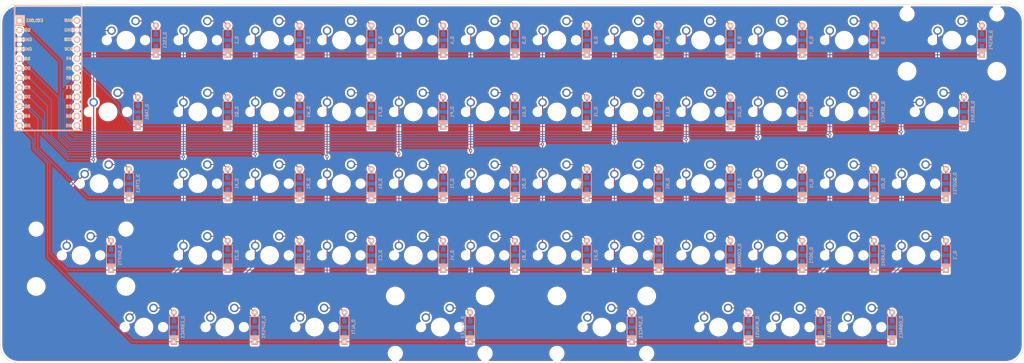
<source format=kicad_pcb>
(kicad_pcb (version 20171130) (host pcbnew 5.1.9-73d0e3b20d~88~ubuntu18.04.1)
  (layers (0 F.Cu signal) (31 B.Cu signal) (34 B.Paste user) (35 F.Paste user) (36 B.SilkS user) (37 F.SilkS user) (38 B.Mask user) (39 F.Mask user) (44 Edge.Cuts user))
  (net 0 "")
  (net 1 "Net-(D_1-Pad2)")
  (net 2 "Net-(D_2-Pad2)")
  (net 3 "Net-(D_3-Pad2)")
  (net 4 "Net-(D_4-Pad2)")
  (net 5 "Net-(D_5-Pad2)")
  (net 6 "Net-(D_6-Pad2)")
  (net 7 "Net-(D_7-Pad2)")
  (net 8 "Net-(D_8-Pad2)")
  (net 9 "Net-(D_9-Pad2)")
  (net 10 "Net-(D_0-Pad2)")
  (net 11 "Net-(D_SPACE1-Pad2)")
  (net 12 row0)
  (net 13 "Net-(D_`1-Pad2)")
  (net 14 row3)
  (net 15 "Net-(D_A1-Pad2)")
  (net 16 row2)
  (net 17 "Net-(D_ALT1-Pad2)")
  (net 18 row4)
  (net 19 "Net-(D_B1-Pad2)")
  (net 20 "Net-(D_BKSP1-Pad2)")
  (net 21 "Net-(D_BSLSH1-Pad2)")
  (net 22 row1)
  (net 23 "Net-(D_C1-Pad2)")
  (net 24 "Net-(D_CBRAC1-Pad2)")
  (net 25 "Net-(D_COMMA1-Pad2)")
  (net 26 "Net-(D_CTRL1-Pad2)")
  (net 27 "Net-(D_D1-Pad2)")
  (net 28 "Net-(D_DOT1-Pad2)")
  (net 29 "Net-(D_E1-Pad2)")
  (net 30 "Net-(D_EQUAL1-Pad2)")
  (net 31 "Net-(D_ESC1-Pad2)")
  (net 32 "Net-(D_F1-Pad2)")
  (net 33 "Net-(D_G1-Pad2)")
  (net 34 "Net-(D_H1-Pad2)")
  (net 35 "Net-(D_I1-Pad2)")
  (net 36 "Net-(D_J1-Pad2)")
  (net 37 "Net-(D_K1-Pad2)")
  (net 38 "Net-(D_L1-Pad2)")
  (net 39 "Net-(D_M1-Pad2)")
  (net 40 "Net-(D_MINUS1-Pad2)")
  (net 41 "Net-(D_N1-Pad2)")
  (net 42 "Net-(D_O1-Pad2)")
  (net 43 "Net-(D_OBRAC1-Pad2)")
  (net 44 "Net-(D_P1-Pad2)")
  (net 45 "Net-(D_Q1-Pad2)")
  (net 46 "Net-(D_QUOTE1-Pad2)")
  (net 47 "Net-(D_R1-Pad2)")
  (net 48 "Net-(D_S1-Pad2)")
  (net 49 "Net-(D_SEMIC1-Pad2)")
  (net 50 "Net-(D_SHIFT1-Pad2)")
  (net 51 "Net-(D_SLASH1-Pad2)")
  (net 52 "Net-(D_SPACE2-Pad2)")
  (net 53 "Net-(D_SUPER1-Pad2)")
  (net 54 "Net-(D_T1-Pad2)")
  (net 55 "Net-(D_TAB1-Pad2)")
  (net 56 "Net-(D_U1-Pad2)")
  (net 57 "Net-(D_V1-Pad2)")
  (net 58 "Net-(D_W1-Pad2)")
  (net 59 "Net-(D_X1-Pad2)")
  (net 60 "Net-(D_Y1-Pad2)")
  (net 61 "Net-(D_Z1-Pad2)")
  (net 62 col10)
  (net 63 col1)
  (net 64 col2)
  (net 65 col3)
  (net 66 col4)
  (net 67 col5)
  (net 68 col6)
  (net 69 col7)
  (net 70 col8)
  (net 71 col9)
  (net 72 col11)
  (net 73 col0)
  (net 74 "Net-(U1-Pad24)")
  (net 75 "Net-(U1-Pad22)")
  (net 76 "Net-(U1-Pad21)")
  (net 77 "Net-(U1-Pad2)")
  (net 78 GND)
  (module silkscreens:star_single (layer F.Cu) (at 314.11 128.24)
    (fp_text reference G*** hide)
    (fp_text value LOGO hide)
  )
  (module MX_Only:MXOnly-1U-NoLED (layer F.Cu) (at 96.8375 128.5875)
    (fp_text reference K_CBRAC1)
    (fp_text value KEYSW)
    (pad 2 thru_hole circle (at 2.54 -5.08) (size 2.25 2.25) (drill 1.47) (layers *.Cu B.Mask) (net 24 "Net-(D_CBRAC1-Pad2)"))
    (pad "" np_thru_hole circle (at 0 0) (size 3.9878 3.9878) (drill 3.9878) (layers *.Cu *.Mask))
    (pad 1 thru_hole circle (at -3.81 -2.54) (size 2.25 2.25) (drill 1.47) (layers *.Cu B.Mask) (net 63 col1))
    (pad "" np_thru_hole circle (at -5.08 0 48.0996) (size 1.75 1.75) (drill 1.75) (layers *.Cu *.Mask))
    (pad "" np_thru_hole circle (at 5.08 0 48.0996) (size 1.75 1.75) (drill 1.75) (layers *.Cu *.Mask))
  )
  (module MX_Only:MXOnly-2.25U-ReversedStabilizers-NoLED (layer F.Cu) (at 218.28125 128.5875)
    (fp_text reference K_SPACE1)
    (fp_text value KEYSW)
    (pad 2 thru_hole circle (at 2.54 -5.08) (size 2.25 2.25) (drill 1.47) (layers *.Cu B.Mask) (net 11 "Net-(D_SPACE1-Pad2)"))
    (pad "" np_thru_hole circle (at 0 0) (size 3.9878 3.9878) (drill 3.9878) (layers *.Cu *.Mask))
    (pad 1 thru_hole circle (at -3.81 -2.54) (size 2.25 2.25) (drill 1.47) (layers *.Cu B.Mask) (net 69 col7))
    (pad "" np_thru_hole circle (at -5.08 0 48.0996) (size 1.75 1.75) (drill 1.75) (layers *.Cu *.Mask))
    (pad "" np_thru_hole circle (at 5.08 0 48.0996) (size 1.75 1.75) (drill 1.75) (layers *.Cu *.Mask))
    (pad "" np_thru_hole circle (at -11.90625 6.985) (size 3.048 3.048) (drill 3.048) (layers *.Cu *.Mask))
    (pad "" np_thru_hole circle (at 11.90625 6.985) (size 3.048 3.048) (drill 3.048) (layers *.Cu *.Mask))
    (pad "" np_thru_hole circle (at -11.90625 -8.255) (size 3.9878 3.9878) (drill 3.9878) (layers *.Cu *.Mask))
    (pad "" np_thru_hole circle (at 11.90625 -8.255) (size 3.9878 3.9878) (drill 3.9878) (layers *.Cu *.Mask))
  )
  (module MX_Only:MXOnly-2.25U-ReversedStabilizers-NoLED (layer F.Cu) (at 175.41875 128.5875)
    (fp_text reference K_SPACE2)
    (fp_text value KEYSW)
    (pad 2 thru_hole circle (at 2.54 -5.08) (size 2.25 2.25) (drill 1.47) (layers *.Cu B.Mask) (net 52 "Net-(D_SPACE2-Pad2)"))
    (pad "" np_thru_hole circle (at 0 0) (size 3.9878 3.9878) (drill 3.9878) (layers *.Cu *.Mask))
    (pad 1 thru_hole circle (at -3.81 -2.54) (size 2.25 2.25) (drill 1.47) (layers *.Cu B.Mask) (net 67 col5))
    (pad "" np_thru_hole circle (at -5.08 0 48.0996) (size 1.75 1.75) (drill 1.75) (layers *.Cu *.Mask))
    (pad "" np_thru_hole circle (at 5.08 0 48.0996) (size 1.75 1.75) (drill 1.75) (layers *.Cu *.Mask))
    (pad "" np_thru_hole circle (at -11.90625 6.985) (size 3.048 3.048) (drill 3.048) (layers *.Cu *.Mask))
    (pad "" np_thru_hole circle (at 11.90625 6.985) (size 3.048 3.048) (drill 3.048) (layers *.Cu *.Mask))
    (pad "" np_thru_hole circle (at -11.90625 -8.255) (size 3.9878 3.9878) (drill 3.9878) (layers *.Cu *.Mask))
    (pad "" np_thru_hole circle (at 11.90625 -8.255) (size 3.9878 3.9878) (drill 3.9878) (layers *.Cu *.Mask))
  )
  (module MX_Only:MXOnly-1.5U-NoLED (layer F.Cu) (at 87.3125 71.4375)
    (fp_text reference K_TAB1)
    (fp_text value KEYSW)
    (pad 2 thru_hole circle (at 2.54 -5.08) (size 2.25 2.25) (drill 1.47) (layers *.Cu B.Mask) (net 55 "Net-(D_TAB1-Pad2)"))
    (pad "" np_thru_hole circle (at 0 0) (size 3.9878 3.9878) (drill 3.9878) (layers *.Cu *.Mask))
    (pad 1 thru_hole circle (at -3.81 -2.54) (size 2.25 2.25) (drill 1.47) (layers *.Cu B.Mask) (net 73 col0))
    (pad "" np_thru_hole circle (at -5.08 0 48.0996) (size 1.75 1.75) (drill 1.75) (layers *.Cu *.Mask))
    (pad "" np_thru_hole circle (at 5.08 0 48.0996) (size 1.75 1.75) (drill 1.75) (layers *.Cu *.Mask))
  )
  (module MX_Only:MXOnly-2.25U-NoLED (layer F.Cu) (at 80.16875 109.5375)
    (fp_text reference K_SHIFT1)
    (fp_text value KEYSW)
    (pad 2 thru_hole circle (at 2.54 -5.08) (size 2.25 2.25) (drill 1.47) (layers *.Cu B.Mask) (net 50 "Net-(D_SHIFT1-Pad2)"))
    (pad "" np_thru_hole circle (at 0 0) (size 3.9878 3.9878) (drill 3.9878) (layers *.Cu *.Mask))
    (pad 1 thru_hole circle (at -3.81 -2.54) (size 2.25 2.25) (drill 1.47) (layers *.Cu B.Mask) (net 73 col0))
    (pad "" np_thru_hole circle (at -5.08 0 48.0996) (size 1.75 1.75) (drill 1.75) (layers *.Cu *.Mask))
    (pad "" np_thru_hole circle (at 5.08 0 48.0996) (size 1.75 1.75) (drill 1.75) (layers *.Cu *.Mask))
    (pad "" np_thru_hole circle (at -11.90625 -6.985) (size 3.048 3.048) (drill 3.048) (layers *.Cu *.Mask))
    (pad "" np_thru_hole circle (at 11.90625 -6.985) (size 3.048 3.048) (drill 3.048) (layers *.Cu *.Mask))
    (pad "" np_thru_hole circle (at -11.90625 8.255) (size 3.9878 3.9878) (drill 3.9878) (layers *.Cu *.Mask))
    (pad "" np_thru_hole circle (at 11.90625 8.255) (size 3.9878 3.9878) (drill 3.9878) (layers *.Cu *.Mask))
  )
  (module MX_Only:MXOnly-1U-NoLED (layer F.Cu) (at 149.225 90.4875)
    (fp_text reference K_S1)
    (fp_text value KEYSW)
    (pad 2 thru_hole circle (at 2.54 -5.08) (size 2.25 2.25) (drill 1.47) (layers *.Cu B.Mask) (net 48 "Net-(D_S1-Pad2)"))
    (pad "" np_thru_hole circle (at 0 0) (size 3.9878 3.9878) (drill 3.9878) (layers *.Cu *.Mask))
    (pad 1 thru_hole circle (at -3.81 -2.54) (size 2.25 2.25) (drill 1.47) (layers *.Cu B.Mask) (net 65 col3))
    (pad "" np_thru_hole circle (at -5.08 0 48.0996) (size 1.75 1.75) (drill 1.75) (layers *.Cu *.Mask))
    (pad "" np_thru_hole circle (at 5.08 0 48.0996) (size 1.75 1.75) (drill 1.75) (layers *.Cu *.Mask))
  )
  (module Keebio-Parts:ArduinoProMicro (layer F.Cu) (at 71.4375 61.11875 270)
    (fp_text reference U1 hide)
    (fp_text value ProMicro hide)
    (fp_text user D2 (at -11.43 5.461) (layer B.SilkS) (effects (font (size 0.8 0.8)) (justify mirror)))
    (fp_text user D0 (at -1.27 5.461) (layer B.SilkS) (effects (font (size 0.8 0.8)) (justify mirror)))
    (fp_text user D1 (at -3.81 5.461) (layer B.SilkS) (effects (font (size 0.8 0.8)) (justify mirror)))
    (fp_text user GND (at -6.35 5.461) (layer B.SilkS) (effects (font (size 0.8 0.8)) (justify mirror)))
    (fp_text user GND (at -8.89 5.461) (layer B.SilkS) (effects (font (size 0.8 0.8)) (justify mirror)))
    (fp_text user D4 (at 1.27 5.461) (layer B.SilkS) (effects (font (size 0.8 0.8)) (justify mirror)))
    (fp_text user C6 (at 3.81 5.461) (layer B.SilkS) (effects (font (size 0.8 0.8)) (justify mirror)))
    (fp_text user D7 (at 6.35 5.461) (layer B.SilkS) (effects (font (size 0.8 0.8)) (justify mirror)))
    (fp_text user E6 (at 8.89 5.461) (layer B.SilkS) (effects (font (size 0.8 0.8)) (justify mirror)))
    (fp_text user B4 (at 11.43 5.461) (layer B.SilkS) (effects (font (size 0.8 0.8)) (justify mirror)))
    (fp_text user B5 (at 13.97 5.461) (layer B.SilkS) (effects (font (size 0.8 0.8)) (justify mirror)))
    (fp_text user B6 (at 13.97 -5.461) (layer B.SilkS) (effects (font (size 0.8 0.8)) (justify mirror)))
    (fp_text user B2 (at 11.43 -5.461) (layer F.SilkS) (effects (font (size 0.8 0.8))))
    (fp_text user B3 (at 8.89 -5.461) (layer B.SilkS) (effects (font (size 0.8 0.8)) (justify mirror)))
    (fp_text user B1 (at 6.35 -5.461) (layer B.SilkS) (effects (font (size 0.8 0.8)) (justify mirror)))
    (fp_text user F7 (at 3.81 -5.461) (layer F.SilkS) (effects (font (size 0.8 0.8))))
    (fp_text user F6 (at 1.27 -5.461) (layer F.SilkS) (effects (font (size 0.8 0.8))))
    (fp_text user F5 (at -1.27 -5.461) (layer F.SilkS) (effects (font (size 0.8 0.8))))
    (fp_text user F4 (at -3.81 -5.461) (layer B.SilkS) (effects (font (size 0.8 0.8)) (justify mirror)))
    (fp_text user VCC (at -6.35 -5.461) (layer B.SilkS) (effects (font (size 0.8 0.8)) (justify mirror)))
    (fp_text user GND (at -11.43 -5.461) (layer B.SilkS) (effects (font (size 0.8 0.8)) (justify mirror)))
    (fp_text user RAW (at -13.97 -5.461) (layer B.SilkS) (effects (font (size 0.8 0.8)) (justify mirror)))
    (fp_text user RAW (at -13.97 -5.461) (layer F.SilkS) (effects (font (size 0.8 0.8))))
    (fp_text user GND (at -11.43 -5.461) (layer F.SilkS) (effects (font (size 0.8 0.8))))
    (fp_text user ST (at -8.92 -5.73312) (layer F.SilkS) (effects (font (size 0.8 0.8))))
    (fp_text user VCC (at -6.35 -5.461) (layer F.SilkS) (effects (font (size 0.8 0.8))))
    (fp_text user F4 (at -3.81 -5.461) (layer F.SilkS) (effects (font (size 0.8 0.8))))
    (fp_text user F5 (at -1.27 -5.461) (layer B.SilkS) (effects (font (size 0.8 0.8)) (justify mirror)))
    (fp_text user F6 (at 1.27 -5.461) (layer B.SilkS) (effects (font (size 0.8 0.8)) (justify mirror)))
    (fp_text user F7 (at 3.81 -5.461) (layer B.SilkS) (effects (font (size 0.8 0.8)) (justify mirror)))
    (fp_text user B1 (at 6.35 -5.461) (layer F.SilkS) (effects (font (size 0.8 0.8))))
    (fp_text user B3 (at 8.89 -5.461) (layer F.SilkS) (effects (font (size 0.8 0.8))))
    (fp_text user B2 (at 11.43 -5.461) (layer B.SilkS) (effects (font (size 0.8 0.8)) (justify mirror)))
    (fp_text user B6 (at 13.97 -5.461) (layer F.SilkS) (effects (font (size 0.8 0.8))))
    (fp_text user B5 (at 13.97 5.461) (layer F.SilkS) (effects (font (size 0.8 0.8))))
    (fp_text user B4 (at 11.43 5.461) (layer F.SilkS) (effects (font (size 0.8 0.8))))
    (fp_text user E6 (at 8.89 5.461) (layer F.SilkS) (effects (font (size 0.8 0.8))))
    (fp_text user D7 (at 6.35 5.461) (layer F.SilkS) (effects (font (size 0.8 0.8))))
    (fp_text user C6 (at 3.81 5.461) (layer F.SilkS) (effects (font (size 0.8 0.8))))
    (fp_text user D4 (at 1.27 5.461) (layer F.SilkS) (effects (font (size 0.8 0.8))))
    (fp_text user GND (at -8.89 5.461) (layer F.SilkS) (effects (font (size 0.8 0.8))))
    (fp_text user GND (at -6.35 5.461) (layer F.SilkS) (effects (font (size 0.8 0.8))))
    (fp_text user D1 (at -3.81 5.461) (layer F.SilkS) (effects (font (size 0.8 0.8))))
    (fp_text user D0 (at -1.27 5.461) (layer F.SilkS) (effects (font (size 0.8 0.8))))
    (fp_text user D2 (at -11.43 5.461) (layer F.SilkS) (effects (font (size 0.8 0.8))))
    (fp_text user TX0/D3 (at -13.97 3.571872) (layer B.SilkS) (effects (font (size 0.8 0.8)) (justify mirror)))
    (fp_text user TX0/D3 (at -13.97 3.571872) (layer F.SilkS) (effects (font (size 0.8 0.8))))
    (fp_text user ST (at -8.91 -5.04) (layer B.SilkS) (effects (font (size 0.8 0.8)) (justify mirror)))
    (pad 1 thru_hole rect (at -13.97 7.62 270) (size 1.7526 1.7526) (drill 1.0922) (layers *.Cu *.SilkS *.Mask) (net 67 col5))
    (pad 2 thru_hole circle (at -11.43 7.62 270) (size 1.7526 1.7526) (drill 1.0922) (layers *.Cu *.SilkS *.Mask) (net 77 "Net-(U1-Pad2)"))
    (pad 3 thru_hole circle (at -8.89 7.62 270) (size 1.7526 1.7526) (drill 1.0922) (layers *.Cu *.SilkS *.Mask) (net 78 GND))
    (pad 4 thru_hole circle (at -6.35 7.62 270) (size 1.7526 1.7526) (drill 1.0922) (layers *.Cu *.SilkS *.Mask) (net 78 GND))
    (pad 5 thru_hole circle (at -3.81 7.62 270) (size 1.7526 1.7526) (drill 1.0922) (layers *.Cu *.SilkS *.Mask) (net 66 col4))
    (pad 6 thru_hole circle (at -1.27 7.62 270) (size 1.7526 1.7526) (drill 1.0922) (layers *.Cu *.SilkS *.Mask) (net 65 col3))
    (pad 7 thru_hole circle (at 1.27 7.62 270) (size 1.7526 1.7526) (drill 1.0922) (layers *.Cu *.SilkS *.Mask) (net 64 col2))
    (pad 8 thru_hole circle (at 3.81 7.62 270) (size 1.7526 1.7526) (drill 1.0922) (layers *.Cu *.SilkS *.Mask) (net 63 col1))
    (pad 9 thru_hole circle (at 6.35 7.62 270) (size 1.7526 1.7526) (drill 1.0922) (layers *.Cu *.SilkS *.Mask) (net 73 col0))
    (pad 10 thru_hole circle (at 8.89 7.62 270) (size 1.7526 1.7526) (drill 1.0922) (layers *.Cu *.SilkS *.Mask) (net 16 row2))
    (pad 11 thru_hole circle (at 11.43 7.62 270) (size 1.7526 1.7526) (drill 1.0922) (layers *.Cu *.SilkS *.Mask) (net 14 row3))
    (pad 13 thru_hole circle (at 13.97 -7.62 270) (size 1.7526 1.7526) (drill 1.0922) (layers *.Cu *.SilkS *.Mask) (net 72 col11))
    (pad 14 thru_hole circle (at 11.43 -7.62 270) (size 1.7526 1.7526) (drill 1.0922) (layers *.Cu *.SilkS *.Mask) (net 62 col10))
    (pad 15 thru_hole circle (at 8.89 -7.62 270) (size 1.7526 1.7526) (drill 1.0922) (layers *.Cu *.SilkS *.Mask) (net 71 col9))
    (pad 16 thru_hole circle (at 6.35 -7.62 270) (size 1.7526 1.7526) (drill 1.0922) (layers *.Cu *.SilkS *.Mask) (net 70 col8))
    (pad 17 thru_hole circle (at 3.81 -7.62 270) (size 1.7526 1.7526) (drill 1.0922) (layers *.Cu *.SilkS *.Mask) (net 69 col7))
    (pad 18 thru_hole circle (at 1.27 -7.62 270) (size 1.7526 1.7526) (drill 1.0922) (layers *.Cu *.SilkS *.Mask) (net 68 col6))
    (pad 19 thru_hole circle (at -1.27 -7.62 270) (size 1.7526 1.7526) (drill 1.0922) (layers *.Cu *.SilkS *.Mask) (net 22 row1))
    (pad 20 thru_hole circle (at -3.81 -7.62 270) (size 1.7526 1.7526) (drill 1.0922) (layers *.Cu *.SilkS *.Mask) (net 12 row0))
    (pad 21 thru_hole circle (at -6.35 -7.62 270) (size 1.7526 1.7526) (drill 1.0922) (layers *.Cu *.SilkS *.Mask) (net 76 "Net-(U1-Pad21)"))
    (pad 22 thru_hole circle (at -8.89 -7.62 270) (size 1.7526 1.7526) (drill 1.0922) (layers *.Cu *.SilkS *.Mask) (net 75 "Net-(U1-Pad22)"))
    (pad 23 thru_hole circle (at -11.43 -7.62 270) (size 1.7526 1.7526) (drill 1.0922) (layers *.Cu *.SilkS *.Mask) (net 78 GND))
    (pad 12 thru_hole circle (at 13.97 7.62 270) (size 1.7526 1.7526) (drill 1.0922) (layers *.Cu *.SilkS *.Mask) (net 18 row4))
    (pad 24 thru_hole circle (at -13.97 -7.62 270) (size 1.7526 1.7526) (drill 1.0922) (layers *.Cu *.SilkS *.Mask) (net 74 "Net-(U1-Pad24)"))
  )
  (module MX_Only:MXOnly-1U-NoLED (layer F.Cu) (at 111.125 109.5375)
    (fp_text reference K_Z1)
    (fp_text value KEYSW)
    (pad 2 thru_hole circle (at 2.54 -5.08) (size 2.25 2.25) (drill 1.47) (layers *.Cu B.Mask) (net 61 "Net-(D_Z1-Pad2)"))
    (pad "" np_thru_hole circle (at 0 0) (size 3.9878 3.9878) (drill 3.9878) (layers *.Cu *.Mask))
    (pad 1 thru_hole circle (at -3.81 -2.54) (size 2.25 2.25) (drill 1.47) (layers *.Cu B.Mask) (net 63 col1))
    (pad "" np_thru_hole circle (at -5.08 0 48.0996) (size 1.75 1.75) (drill 1.75) (layers *.Cu *.Mask))
    (pad "" np_thru_hole circle (at 5.08 0 48.0996) (size 1.75 1.75) (drill 1.75) (layers *.Cu *.Mask))
  )
  (module MX_Only:MXOnly-1U-NoLED (layer F.Cu) (at 263.525 71.4375)
    (fp_text reference K_Y1)
    (fp_text value KEYSW)
    (pad 2 thru_hole circle (at 2.54 -5.08) (size 2.25 2.25) (drill 1.47) (layers *.Cu B.Mask) (net 60 "Net-(D_Y1-Pad2)"))
    (pad "" np_thru_hole circle (at 0 0) (size 3.9878 3.9878) (drill 3.9878) (layers *.Cu *.Mask))
    (pad 1 thru_hole circle (at -3.81 -2.54) (size 2.25 2.25) (drill 1.47) (layers *.Cu B.Mask) (net 71 col9))
    (pad "" np_thru_hole circle (at -5.08 0 48.0996) (size 1.75 1.75) (drill 1.75) (layers *.Cu *.Mask))
    (pad "" np_thru_hole circle (at 5.08 0 48.0996) (size 1.75 1.75) (drill 1.75) (layers *.Cu *.Mask))
  )
  (module MX_Only:MXOnly-1U-NoLED (layer F.Cu) (at 130.175 109.5375)
    (fp_text reference K_X1)
    (fp_text value KEYSW)
    (pad 2 thru_hole circle (at 2.54 -5.08) (size 2.25 2.25) (drill 1.47) (layers *.Cu B.Mask) (net 59 "Net-(D_X1-Pad2)"))
    (pad "" np_thru_hole circle (at 0 0) (size 3.9878 3.9878) (drill 3.9878) (layers *.Cu *.Mask))
    (pad 1 thru_hole circle (at -3.81 -2.54) (size 2.25 2.25) (drill 1.47) (layers *.Cu B.Mask) (net 64 col2))
    (pad "" np_thru_hole circle (at -5.08 0 48.0996) (size 1.75 1.75) (drill 1.75) (layers *.Cu *.Mask))
    (pad "" np_thru_hole circle (at 5.08 0 48.0996) (size 1.75 1.75) (drill 1.75) (layers *.Cu *.Mask))
  )
  (module MX_Only:MXOnly-1U-NoLED (layer F.Cu) (at 130.175 71.4375)
    (fp_text reference K_W1)
    (fp_text value KEYSW)
    (pad 2 thru_hole circle (at 2.54 -5.08) (size 2.25 2.25) (drill 1.47) (layers *.Cu B.Mask) (net 58 "Net-(D_W1-Pad2)"))
    (pad "" np_thru_hole circle (at 0 0) (size 3.9878 3.9878) (drill 3.9878) (layers *.Cu *.Mask))
    (pad 1 thru_hole circle (at -3.81 -2.54) (size 2.25 2.25) (drill 1.47) (layers *.Cu B.Mask) (net 64 col2))
    (pad "" np_thru_hole circle (at -5.08 0 48.0996) (size 1.75 1.75) (drill 1.75) (layers *.Cu *.Mask))
    (pad "" np_thru_hole circle (at 5.08 0 48.0996) (size 1.75 1.75) (drill 1.75) (layers *.Cu *.Mask))
  )
  (module MX_Only:MXOnly-1U-NoLED (layer F.Cu) (at 168.275 109.5375)
    (fp_text reference K_V1)
    (fp_text value KEYSW)
    (pad 2 thru_hole circle (at 2.54 -5.08) (size 2.25 2.25) (drill 1.47) (layers *.Cu B.Mask) (net 57 "Net-(D_V1-Pad2)"))
    (pad "" np_thru_hole circle (at 0 0) (size 3.9878 3.9878) (drill 3.9878) (layers *.Cu *.Mask))
    (pad 1 thru_hole circle (at -3.81 -2.54) (size 2.25 2.25) (drill 1.47) (layers *.Cu B.Mask) (net 66 col4))
    (pad "" np_thru_hole circle (at -5.08 0 48.0996) (size 1.75 1.75) (drill 1.75) (layers *.Cu *.Mask))
    (pad "" np_thru_hole circle (at 5.08 0 48.0996) (size 1.75 1.75) (drill 1.75) (layers *.Cu *.Mask))
  )
  (module MX_Only:MXOnly-1U-NoLED (layer F.Cu) (at 244.475 71.4375)
    (fp_text reference K_U1)
    (fp_text value KEYSW)
    (pad 2 thru_hole circle (at 2.54 -5.08) (size 2.25 2.25) (drill 1.47) (layers *.Cu B.Mask) (net 56 "Net-(D_U1-Pad2)"))
    (pad "" np_thru_hole circle (at 0 0) (size 3.9878 3.9878) (drill 3.9878) (layers *.Cu *.Mask))
    (pad 1 thru_hole circle (at -3.81 -2.54) (size 2.25 2.25) (drill 1.47) (layers *.Cu B.Mask) (net 70 col8))
    (pad "" np_thru_hole circle (at -5.08 0 48.0996) (size 1.75 1.75) (drill 1.75) (layers *.Cu *.Mask))
    (pad "" np_thru_hole circle (at 5.08 0 48.0996) (size 1.75 1.75) (drill 1.75) (layers *.Cu *.Mask))
  )
  (module MX_Only:MXOnly-1U-NoLED (layer F.Cu) (at 168.275 90.4875)
    (fp_text reference K_T1)
    (fp_text value KEYSW)
    (pad 2 thru_hole circle (at 2.54 -5.08) (size 2.25 2.25) (drill 1.47) (layers *.Cu B.Mask) (net 54 "Net-(D_T1-Pad2)"))
    (pad "" np_thru_hole circle (at 0 0) (size 3.9878 3.9878) (drill 3.9878) (layers *.Cu *.Mask))
    (pad 1 thru_hole circle (at -3.81 -2.54) (size 2.25 2.25) (drill 1.47) (layers *.Cu B.Mask) (net 66 col4))
    (pad "" np_thru_hole circle (at -5.08 0 48.0996) (size 1.75 1.75) (drill 1.75) (layers *.Cu *.Mask))
    (pad "" np_thru_hole circle (at 5.08 0 48.0996) (size 1.75 1.75) (drill 1.75) (layers *.Cu *.Mask))
  )
  (module MX_Only:MXOnly-1.25U-NoLED (layer F.Cu) (at 118.26875 128.5875)
    (fp_text reference K_SUPER1)
    (fp_text value KEYSW)
    (pad 2 thru_hole circle (at 2.54 -5.08) (size 2.25 2.25) (drill 1.47) (layers *.Cu B.Mask) (net 53 "Net-(D_SUPER1-Pad2)"))
    (pad "" np_thru_hole circle (at 0 0) (size 3.9878 3.9878) (drill 3.9878) (layers *.Cu *.Mask))
    (pad 1 thru_hole circle (at -3.81 -2.54) (size 2.25 2.25) (drill 1.47) (layers *.Cu B.Mask) (net 64 col2))
    (pad "" np_thru_hole circle (at -5.08 0 48.0996) (size 1.75 1.75) (drill 1.75) (layers *.Cu *.Mask))
    (pad "" np_thru_hole circle (at 5.08 0 48.0996) (size 1.75 1.75) (drill 1.75) (layers *.Cu *.Mask))
  )
  (module MX_Only:MXOnly-1U-NoLED (layer F.Cu) (at 282.575 109.5375)
    (fp_text reference K_SLASH1)
    (fp_text value KEYSW)
    (pad 2 thru_hole circle (at 2.54 -5.08) (size 2.25 2.25) (drill 1.47) (layers *.Cu B.Mask) (net 51 "Net-(D_SLASH1-Pad2)"))
    (pad "" np_thru_hole circle (at 0 0) (size 3.9878 3.9878) (drill 3.9878) (layers *.Cu *.Mask))
    (pad 1 thru_hole circle (at -3.81 -2.54) (size 2.25 2.25) (drill 1.47) (layers *.Cu B.Mask) (net 62 col10))
    (pad "" np_thru_hole circle (at -5.08 0 48.0996) (size 1.75 1.75) (drill 1.75) (layers *.Cu *.Mask))
    (pad "" np_thru_hole circle (at 5.08 0 48.0996) (size 1.75 1.75) (drill 1.75) (layers *.Cu *.Mask))
  )
  (module MX_Only:MXOnly-1U-NoLED (layer F.Cu) (at 282.575 71.4375)
    (fp_text reference K_SEMIC1)
    (fp_text value KEYSW)
    (pad 2 thru_hole circle (at 2.54 -5.08) (size 2.25 2.25) (drill 1.47) (layers *.Cu B.Mask) (net 49 "Net-(D_SEMIC1-Pad2)"))
    (pad "" np_thru_hole circle (at 0 0) (size 3.9878 3.9878) (drill 3.9878) (layers *.Cu *.Mask))
    (pad 1 thru_hole circle (at -3.81 -2.54) (size 2.25 2.25) (drill 1.47) (layers *.Cu B.Mask) (net 62 col10))
    (pad "" np_thru_hole circle (at -5.08 0 48.0996) (size 1.75 1.75) (drill 1.75) (layers *.Cu *.Mask))
    (pad "" np_thru_hole circle (at 5.08 0 48.0996) (size 1.75 1.75) (drill 1.75) (layers *.Cu *.Mask))
  )
  (module MX_Only:MXOnly-1U-NoLED (layer F.Cu) (at 130.175 90.4875)
    (fp_text reference K_R1)
    (fp_text value KEYSW)
    (pad 2 thru_hole circle (at 2.54 -5.08) (size 2.25 2.25) (drill 1.47) (layers *.Cu B.Mask) (net 47 "Net-(D_R1-Pad2)"))
    (pad "" np_thru_hole circle (at 0 0) (size 3.9878 3.9878) (drill 3.9878) (layers *.Cu *.Mask))
    (pad 1 thru_hole circle (at -3.81 -2.54) (size 2.25 2.25) (drill 1.47) (layers *.Cu B.Mask) (net 64 col2))
    (pad "" np_thru_hole circle (at -5.08 0 48.0996) (size 1.75 1.75) (drill 1.75) (layers *.Cu *.Mask))
    (pad "" np_thru_hole circle (at 5.08 0 48.0996) (size 1.75 1.75) (drill 1.75) (layers *.Cu *.Mask))
  )
  (module MX_Only:MXOnly-1U-NoLED (layer F.Cu) (at 301.625 90.4875)
    (fp_text reference K_QUOTE1)
    (fp_text value KEYSW)
    (pad 2 thru_hole circle (at 2.54 -5.08) (size 2.25 2.25) (drill 1.47) (layers *.Cu B.Mask) (net 46 "Net-(D_QUOTE1-Pad2)"))
    (pad "" np_thru_hole circle (at 0 0) (size 3.9878 3.9878) (drill 3.9878) (layers *.Cu *.Mask))
    (pad 1 thru_hole circle (at -3.81 -2.54) (size 2.25 2.25) (drill 1.47) (layers *.Cu B.Mask) (net 72 col11))
    (pad "" np_thru_hole circle (at -5.08 0 48.0996) (size 1.75 1.75) (drill 1.75) (layers *.Cu *.Mask))
    (pad "" np_thru_hole circle (at 5.08 0 48.0996) (size 1.75 1.75) (drill 1.75) (layers *.Cu *.Mask))
  )
  (module MX_Only:MXOnly-1U-NoLED (layer F.Cu) (at 111.125 71.4375)
    (fp_text reference K_Q1)
    (fp_text value KEYSW)
    (pad 2 thru_hole circle (at 2.54 -5.08) (size 2.25 2.25) (drill 1.47) (layers *.Cu B.Mask) (net 45 "Net-(D_Q1-Pad2)"))
    (pad "" np_thru_hole circle (at 0 0) (size 3.9878 3.9878) (drill 3.9878) (layers *.Cu *.Mask))
    (pad 1 thru_hole circle (at -3.81 -2.54) (size 2.25 2.25) (drill 1.47) (layers *.Cu B.Mask) (net 63 col1))
    (pad "" np_thru_hole circle (at -5.08 0 48.0996) (size 1.75 1.75) (drill 1.75) (layers *.Cu *.Mask))
    (pad "" np_thru_hole circle (at 5.08 0 48.0996) (size 1.75 1.75) (drill 1.75) (layers *.Cu *.Mask))
  )
  (module MX_Only:MXOnly-1U-NoLED (layer F.Cu) (at 168.275 71.4375)
    (fp_text reference K_P1)
    (fp_text value KEYSW)
    (pad 2 thru_hole circle (at 2.54 -5.08) (size 2.25 2.25) (drill 1.47) (layers *.Cu B.Mask) (net 44 "Net-(D_P1-Pad2)"))
    (pad "" np_thru_hole circle (at 0 0) (size 3.9878 3.9878) (drill 3.9878) (layers *.Cu *.Mask))
    (pad 1 thru_hole circle (at -3.81 -2.54) (size 2.25 2.25) (drill 1.47) (layers *.Cu B.Mask) (net 66 col4))
    (pad "" np_thru_hole circle (at -5.08 0 48.0996) (size 1.75 1.75) (drill 1.75) (layers *.Cu *.Mask))
    (pad "" np_thru_hole circle (at 5.08 0 48.0996) (size 1.75 1.75) (drill 1.75) (layers *.Cu *.Mask))
  )
  (module MX_Only:MXOnly-1U-NoLED (layer F.Cu) (at 287.3375 128.5875)
    (fp_text reference K_OBRAC1)
    (fp_text value KEYSW)
    (pad 2 thru_hole circle (at 2.54 -5.08) (size 2.25 2.25) (drill 1.47) (layers *.Cu B.Mask) (net 43 "Net-(D_OBRAC1-Pad2)"))
    (pad "" np_thru_hole circle (at 0 0) (size 3.9878 3.9878) (drill 3.9878) (layers *.Cu *.Mask))
    (pad 1 thru_hole circle (at -3.81 -2.54) (size 2.25 2.25) (drill 1.47) (layers *.Cu B.Mask) (net 72 col11))
    (pad "" np_thru_hole circle (at -5.08 0 48.0996) (size 1.75 1.75) (drill 1.75) (layers *.Cu *.Mask))
    (pad "" np_thru_hole circle (at 5.08 0 48.0996) (size 1.75 1.75) (drill 1.75) (layers *.Cu *.Mask))
  )
  (module MX_Only:MXOnly-1U-NoLED (layer F.Cu) (at 282.575 90.4875)
    (fp_text reference K_O1)
    (fp_text value KEYSW)
    (pad 2 thru_hole circle (at 2.54 -5.08) (size 2.25 2.25) (drill 1.47) (layers *.Cu B.Mask) (net 42 "Net-(D_O1-Pad2)"))
    (pad "" np_thru_hole circle (at 0 0) (size 3.9878 3.9878) (drill 3.9878) (layers *.Cu *.Mask))
    (pad 1 thru_hole circle (at -3.81 -2.54) (size 2.25 2.25) (drill 1.47) (layers *.Cu B.Mask) (net 62 col10))
    (pad "" np_thru_hole circle (at -5.08 0 48.0996) (size 1.75 1.75) (drill 1.75) (layers *.Cu *.Mask))
    (pad "" np_thru_hole circle (at 5.08 0 48.0996) (size 1.75 1.75) (drill 1.75) (layers *.Cu *.Mask))
  )
  (module MX_Only:MXOnly-1U-NoLED (layer F.Cu) (at 225.425 90.4875)
    (fp_text reference K_N1)
    (fp_text value KEYSW)
    (pad 2 thru_hole circle (at 2.54 -5.08) (size 2.25 2.25) (drill 1.47) (layers *.Cu B.Mask) (net 41 "Net-(D_N1-Pad2)"))
    (pad "" np_thru_hole circle (at 0 0) (size 3.9878 3.9878) (drill 3.9878) (layers *.Cu *.Mask))
    (pad 1 thru_hole circle (at -3.81 -2.54) (size 2.25 2.25) (drill 1.47) (layers *.Cu B.Mask) (net 69 col7))
    (pad "" np_thru_hole circle (at -5.08 0 48.0996) (size 1.75 1.75) (drill 1.75) (layers *.Cu *.Mask))
    (pad "" np_thru_hole circle (at 5.08 0 48.0996) (size 1.75 1.75) (drill 1.75) (layers *.Cu *.Mask))
  )
  (module MX_Only:MXOnly-1U-NoLED (layer F.Cu) (at 249.2375 128.5875)
    (fp_text reference K_MINUS1)
    (fp_text value KEYSW)
    (pad 2 thru_hole circle (at 2.54 -5.08) (size 2.25 2.25) (drill 1.47) (layers *.Cu B.Mask) (net 40 "Net-(D_MINUS1-Pad2)"))
    (pad "" np_thru_hole circle (at 0 0) (size 3.9878 3.9878) (drill 3.9878) (layers *.Cu *.Mask))
    (pad 1 thru_hole circle (at -3.81 -2.54) (size 2.25 2.25) (drill 1.47) (layers *.Cu B.Mask) (net 71 col9))
    (pad "" np_thru_hole circle (at -5.08 0 48.0996) (size 1.75 1.75) (drill 1.75) (layers *.Cu *.Mask))
    (pad "" np_thru_hole circle (at 5.08 0 48.0996) (size 1.75 1.75) (drill 1.75) (layers *.Cu *.Mask))
  )
  (module MX_Only:MXOnly-1U-NoLED (layer F.Cu) (at 225.425 109.5375)
    (fp_text reference K_M1)
    (fp_text value KEYSW)
    (pad 2 thru_hole circle (at 2.54 -5.08) (size 2.25 2.25) (drill 1.47) (layers *.Cu B.Mask) (net 39 "Net-(D_M1-Pad2)"))
    (pad "" np_thru_hole circle (at 0 0) (size 3.9878 3.9878) (drill 3.9878) (layers *.Cu *.Mask))
    (pad 1 thru_hole circle (at -3.81 -2.54) (size 2.25 2.25) (drill 1.47) (layers *.Cu B.Mask) (net 69 col7))
    (pad "" np_thru_hole circle (at -5.08 0 48.0996) (size 1.75 1.75) (drill 1.75) (layers *.Cu *.Mask))
    (pad "" np_thru_hole circle (at 5.08 0 48.0996) (size 1.75 1.75) (drill 1.75) (layers *.Cu *.Mask))
  )
  (module MX_Only:MXOnly-1U-NoLED (layer F.Cu) (at 225.425 71.4375)
    (fp_text reference K_L1)
    (fp_text value KEYSW)
    (pad 2 thru_hole circle (at 2.54 -5.08) (size 2.25 2.25) (drill 1.47) (layers *.Cu B.Mask) (net 38 "Net-(D_L1-Pad2)"))
    (pad "" np_thru_hole circle (at 0 0) (size 3.9878 3.9878) (drill 3.9878) (layers *.Cu *.Mask))
    (pad 1 thru_hole circle (at -3.81 -2.54) (size 2.25 2.25) (drill 1.47) (layers *.Cu B.Mask) (net 69 col7))
    (pad "" np_thru_hole circle (at -5.08 0 48.0996) (size 1.75 1.75) (drill 1.75) (layers *.Cu *.Mask))
    (pad "" np_thru_hole circle (at 5.08 0 48.0996) (size 1.75 1.75) (drill 1.75) (layers *.Cu *.Mask))
  )
  (module MX_Only:MXOnly-1U-NoLED (layer F.Cu) (at 206.375 109.5375)
    (fp_text reference K_K1)
    (fp_text value KEYSW)
    (pad 2 thru_hole circle (at 2.54 -5.08) (size 2.25 2.25) (drill 1.47) (layers *.Cu B.Mask) (net 37 "Net-(D_K1-Pad2)"))
    (pad "" np_thru_hole circle (at 0 0) (size 3.9878 3.9878) (drill 3.9878) (layers *.Cu *.Mask))
    (pad 1 thru_hole circle (at -3.81 -2.54) (size 2.25 2.25) (drill 1.47) (layers *.Cu B.Mask) (net 68 col6))
    (pad "" np_thru_hole circle (at -5.08 0 48.0996) (size 1.75 1.75) (drill 1.75) (layers *.Cu *.Mask))
    (pad "" np_thru_hole circle (at 5.08 0 48.0996) (size 1.75 1.75) (drill 1.75) (layers *.Cu *.Mask))
  )
  (module MX_Only:MXOnly-1U-NoLED (layer F.Cu) (at 206.375 71.4375)
    (fp_text reference K_J1)
    (fp_text value KEYSW)
    (pad 2 thru_hole circle (at 2.54 -5.08) (size 2.25 2.25) (drill 1.47) (layers *.Cu B.Mask) (net 36 "Net-(D_J1-Pad2)"))
    (pad "" np_thru_hole circle (at 0 0) (size 3.9878 3.9878) (drill 3.9878) (layers *.Cu *.Mask))
    (pad 1 thru_hole circle (at -3.81 -2.54) (size 2.25 2.25) (drill 1.47) (layers *.Cu B.Mask) (net 68 col6))
    (pad "" np_thru_hole circle (at -5.08 0 48.0996) (size 1.75 1.75) (drill 1.75) (layers *.Cu *.Mask))
    (pad "" np_thru_hole circle (at 5.08 0 48.0996) (size 1.75 1.75) (drill 1.75) (layers *.Cu *.Mask))
  )
  (module MX_Only:MXOnly-1U-NoLED (layer F.Cu) (at 263.525 90.4875)
    (fp_text reference K_I1)
    (fp_text value KEYSW)
    (pad 2 thru_hole circle (at 2.54 -5.08) (size 2.25 2.25) (drill 1.47) (layers *.Cu B.Mask) (net 35 "Net-(D_I1-Pad2)"))
    (pad "" np_thru_hole circle (at 0 0) (size 3.9878 3.9878) (drill 3.9878) (layers *.Cu *.Mask))
    (pad 1 thru_hole circle (at -3.81 -2.54) (size 2.25 2.25) (drill 1.47) (layers *.Cu B.Mask) (net 71 col9))
    (pad "" np_thru_hole circle (at -5.08 0 48.0996) (size 1.75 1.75) (drill 1.75) (layers *.Cu *.Mask))
    (pad "" np_thru_hole circle (at 5.08 0 48.0996) (size 1.75 1.75) (drill 1.75) (layers *.Cu *.Mask))
  )
  (module MX_Only:MXOnly-1U-NoLED (layer F.Cu) (at 206.375 90.4875)
    (fp_text reference K_H1)
    (fp_text value KEYSW)
    (pad 2 thru_hole circle (at 2.54 -5.08) (size 2.25 2.25) (drill 1.47) (layers *.Cu B.Mask) (net 34 "Net-(D_H1-Pad2)"))
    (pad "" np_thru_hole circle (at 0 0) (size 3.9878 3.9878) (drill 3.9878) (layers *.Cu *.Mask))
    (pad 1 thru_hole circle (at -3.81 -2.54) (size 2.25 2.25) (drill 1.47) (layers *.Cu B.Mask) (net 68 col6))
    (pad "" np_thru_hole circle (at -5.08 0 48.0996) (size 1.75 1.75) (drill 1.75) (layers *.Cu *.Mask))
    (pad "" np_thru_hole circle (at 5.08 0 48.0996) (size 1.75 1.75) (drill 1.75) (layers *.Cu *.Mask))
  )
  (module MX_Only:MXOnly-1U-NoLED (layer F.Cu) (at 187.325 71.4375)
    (fp_text reference K_G1)
    (fp_text value KEYSW)
    (pad 2 thru_hole circle (at 2.54 -5.08) (size 2.25 2.25) (drill 1.47) (layers *.Cu B.Mask) (net 33 "Net-(D_G1-Pad2)"))
    (pad "" np_thru_hole circle (at 0 0) (size 3.9878 3.9878) (drill 3.9878) (layers *.Cu *.Mask))
    (pad 1 thru_hole circle (at -3.81 -2.54) (size 2.25 2.25) (drill 1.47) (layers *.Cu B.Mask) (net 67 col5))
    (pad "" np_thru_hole circle (at -5.08 0 48.0996) (size 1.75 1.75) (drill 1.75) (layers *.Cu *.Mask))
    (pad "" np_thru_hole circle (at 5.08 0 48.0996) (size 1.75 1.75) (drill 1.75) (layers *.Cu *.Mask))
  )
  (module MX_Only:MXOnly-1U-NoLED (layer F.Cu) (at 149.225 71.4375)
    (fp_text reference K_F1)
    (fp_text value KEYSW)
    (pad 2 thru_hole circle (at 2.54 -5.08) (size 2.25 2.25) (drill 1.47) (layers *.Cu B.Mask) (net 32 "Net-(D_F1-Pad2)"))
    (pad "" np_thru_hole circle (at 0 0) (size 3.9878 3.9878) (drill 3.9878) (layers *.Cu *.Mask))
    (pad 1 thru_hole circle (at -3.81 -2.54) (size 2.25 2.25) (drill 1.47) (layers *.Cu B.Mask) (net 65 col3))
    (pad "" np_thru_hole circle (at -5.08 0 48.0996) (size 1.75 1.75) (drill 1.75) (layers *.Cu *.Mask))
    (pad "" np_thru_hole circle (at 5.08 0 48.0996) (size 1.75 1.75) (drill 1.75) (layers *.Cu *.Mask))
  )
  (module MX_Only:MXOnly-1U-NoLED (layer F.Cu) (at 92.075 52.3875)
    (fp_text reference K_ESC1)
    (fp_text value KEYSW)
    (pad 2 thru_hole circle (at 2.54 -5.08) (size 2.25 2.25) (drill 1.47) (layers *.Cu B.Mask) (net 31 "Net-(D_ESC1-Pad2)"))
    (pad "" np_thru_hole circle (at 0 0) (size 3.9878 3.9878) (drill 3.9878) (layers *.Cu *.Mask))
    (pad 1 thru_hole circle (at -3.81 -2.54) (size 2.25 2.25) (drill 1.47) (layers *.Cu B.Mask) (net 73 col0))
    (pad "" np_thru_hole circle (at -5.08 0 48.0996) (size 1.75 1.75) (drill 1.75) (layers *.Cu *.Mask))
    (pad "" np_thru_hole circle (at 5.08 0 48.0996) (size 1.75 1.75) (drill 1.75) (layers *.Cu *.Mask))
  )
  (module MX_Only:MXOnly-1U-NoLED (layer F.Cu) (at 268.2875 128.5875)
    (fp_text reference K_EQUAL1)
    (fp_text value KEYSW)
    (pad 2 thru_hole circle (at 2.54 -5.08) (size 2.25 2.25) (drill 1.47) (layers *.Cu B.Mask) (net 30 "Net-(D_EQUAL1-Pad2)"))
    (pad "" np_thru_hole circle (at 0 0) (size 3.9878 3.9878) (drill 3.9878) (layers *.Cu *.Mask))
    (pad 1 thru_hole circle (at -3.81 -2.54) (size 2.25 2.25) (drill 1.47) (layers *.Cu B.Mask) (net 62 col10))
    (pad "" np_thru_hole circle (at -5.08 0 48.0996) (size 1.75 1.75) (drill 1.75) (layers *.Cu *.Mask))
    (pad "" np_thru_hole circle (at 5.08 0 48.0996) (size 1.75 1.75) (drill 1.75) (layers *.Cu *.Mask))
  )
  (module MX_Only:MXOnly-1U-NoLED (layer F.Cu) (at 244.475 90.4875)
    (fp_text reference K_E1)
    (fp_text value KEYSW)
    (pad 2 thru_hole circle (at 2.54 -5.08) (size 2.25 2.25) (drill 1.47) (layers *.Cu B.Mask) (net 29 "Net-(D_E1-Pad2)"))
    (pad "" np_thru_hole circle (at 0 0) (size 3.9878 3.9878) (drill 3.9878) (layers *.Cu *.Mask))
    (pad 1 thru_hole circle (at -3.81 -2.54) (size 2.25 2.25) (drill 1.47) (layers *.Cu B.Mask) (net 70 col8))
    (pad "" np_thru_hole circle (at -5.08 0 48.0996) (size 1.75 1.75) (drill 1.75) (layers *.Cu *.Mask))
    (pad "" np_thru_hole circle (at 5.08 0 48.0996) (size 1.75 1.75) (drill 1.75) (layers *.Cu *.Mask))
  )
  (module MX_Only:MXOnly-1U-NoLED (layer F.Cu) (at 263.525 109.5375)
    (fp_text reference K_DOT1)
    (fp_text value KEYSW)
    (pad 2 thru_hole circle (at 2.54 -5.08) (size 2.25 2.25) (drill 1.47) (layers *.Cu B.Mask) (net 28 "Net-(D_DOT1-Pad2)"))
    (pad "" np_thru_hole circle (at 0 0) (size 3.9878 3.9878) (drill 3.9878) (layers *.Cu *.Mask))
    (pad 1 thru_hole circle (at -3.81 -2.54) (size 2.25 2.25) (drill 1.47) (layers *.Cu B.Mask) (net 71 col9))
    (pad "" np_thru_hole circle (at -5.08 0 48.0996) (size 1.75 1.75) (drill 1.75) (layers *.Cu *.Mask))
    (pad "" np_thru_hole circle (at 5.08 0 48.0996) (size 1.75 1.75) (drill 1.75) (layers *.Cu *.Mask))
  )
  (module MX_Only:MXOnly-1U-NoLED (layer F.Cu) (at 187.325 90.4875)
    (fp_text reference K_D1)
    (fp_text value KEYSW)
    (pad 2 thru_hole circle (at 2.54 -5.08) (size 2.25 2.25) (drill 1.47) (layers *.Cu B.Mask) (net 27 "Net-(D_D1-Pad2)"))
    (pad "" np_thru_hole circle (at 0 0) (size 3.9878 3.9878) (drill 3.9878) (layers *.Cu *.Mask))
    (pad 1 thru_hole circle (at -3.81 -2.54) (size 2.25 2.25) (drill 1.47) (layers *.Cu B.Mask) (net 67 col5))
    (pad "" np_thru_hole circle (at -5.08 0 48.0996) (size 1.75 1.75) (drill 1.75) (layers *.Cu *.Mask))
    (pad "" np_thru_hole circle (at 5.08 0 48.0996) (size 1.75 1.75) (drill 1.75) (layers *.Cu *.Mask))
  )
  (module MX_Only:MXOnly-1.75U-NoLED (layer F.Cu) (at 84.93125 90.4875)
    (fp_text reference K_CTRL1)
    (fp_text value KEYSW)
    (pad 2 thru_hole circle (at 2.54 -5.08) (size 2.25 2.25) (drill 1.47) (layers *.Cu B.Mask) (net 26 "Net-(D_CTRL1-Pad2)"))
    (pad "" np_thru_hole circle (at 0 0) (size 3.9878 3.9878) (drill 3.9878) (layers *.Cu *.Mask))
    (pad 1 thru_hole circle (at -3.81 -2.54) (size 2.25 2.25) (drill 1.47) (layers *.Cu B.Mask) (net 73 col0))
    (pad "" np_thru_hole circle (at -5.08 0 48.0996) (size 1.75 1.75) (drill 1.75) (layers *.Cu *.Mask))
    (pad "" np_thru_hole circle (at 5.08 0 48.0996) (size 1.75 1.75) (drill 1.75) (layers *.Cu *.Mask))
  )
  (module MX_Only:MXOnly-1U-NoLED (layer F.Cu) (at 244.475 109.5375)
    (fp_text reference K_COMMA1)
    (fp_text value KEYSW)
    (pad 2 thru_hole circle (at 2.54 -5.08) (size 2.25 2.25) (drill 1.47) (layers *.Cu B.Mask) (net 25 "Net-(D_COMMA1-Pad2)"))
    (pad "" np_thru_hole circle (at 0 0) (size 3.9878 3.9878) (drill 3.9878) (layers *.Cu *.Mask))
    (pad 1 thru_hole circle (at -3.81 -2.54) (size 2.25 2.25) (drill 1.47) (layers *.Cu B.Mask) (net 70 col8))
    (pad "" np_thru_hole circle (at -5.08 0 48.0996) (size 1.75 1.75) (drill 1.75) (layers *.Cu *.Mask))
    (pad "" np_thru_hole circle (at 5.08 0 48.0996) (size 1.75 1.75) (drill 1.75) (layers *.Cu *.Mask))
  )
  (module MX_Only:MXOnly-1U-NoLED (layer F.Cu) (at 149.225 109.5375)
    (fp_text reference K_C1)
    (fp_text value KEYSW)
    (pad 2 thru_hole circle (at 2.54 -5.08) (size 2.25 2.25) (drill 1.47) (layers *.Cu B.Mask) (net 23 "Net-(D_C1-Pad2)"))
    (pad "" np_thru_hole circle (at 0 0) (size 3.9878 3.9878) (drill 3.9878) (layers *.Cu *.Mask))
    (pad 1 thru_hole circle (at -3.81 -2.54) (size 2.25 2.25) (drill 1.47) (layers *.Cu B.Mask) (net 65 col3))
    (pad "" np_thru_hole circle (at -5.08 0 48.0996) (size 1.75 1.75) (drill 1.75) (layers *.Cu *.Mask))
    (pad "" np_thru_hole circle (at 5.08 0 48.0996) (size 1.75 1.75) (drill 1.75) (layers *.Cu *.Mask))
  )
  (module MX_Only:MXOnly-1.5U-NoLED (layer F.Cu) (at 306.3875 71.4375)
    (fp_text reference K_BSLSH1)
    (fp_text value KEYSW)
    (pad 2 thru_hole circle (at 2.54 -5.08) (size 2.25 2.25) (drill 1.47) (layers *.Cu B.Mask) (net 21 "Net-(D_BSLSH1-Pad2)"))
    (pad "" np_thru_hole circle (at 0 0) (size 3.9878 3.9878) (drill 3.9878) (layers *.Cu *.Mask))
    (pad 1 thru_hole circle (at -3.81 -2.54) (size 2.25 2.25) (drill 1.47) (layers *.Cu B.Mask) (net 72 col11))
    (pad "" np_thru_hole circle (at -5.08 0 48.0996) (size 1.75 1.75) (drill 1.75) (layers *.Cu *.Mask))
    (pad "" np_thru_hole circle (at 5.08 0 48.0996) (size 1.75 1.75) (drill 1.75) (layers *.Cu *.Mask))
  )
  (module MX_Only:MXOnly-2U-NoLED (layer F.Cu) (at 311.15 52.3875)
    (fp_text reference K_BKSP1)
    (fp_text value KEYSW)
    (pad 2 thru_hole circle (at 2.54 -5.08) (size 2.25 2.25) (drill 1.47) (layers *.Cu B.Mask) (net 20 "Net-(D_BKSP1-Pad2)"))
    (pad "" np_thru_hole circle (at 0 0) (size 3.9878 3.9878) (drill 3.9878) (layers *.Cu *.Mask))
    (pad 1 thru_hole circle (at -3.81 -2.54) (size 2.25 2.25) (drill 1.47) (layers *.Cu B.Mask) (net 72 col11))
    (pad "" np_thru_hole circle (at -5.08 0 48.0996) (size 1.75 1.75) (drill 1.75) (layers *.Cu *.Mask))
    (pad "" np_thru_hole circle (at 5.08 0 48.0996) (size 1.75 1.75) (drill 1.75) (layers *.Cu *.Mask))
    (pad "" np_thru_hole circle (at -11.90625 -6.985) (size 3.048 3.048) (drill 3.048) (layers *.Cu *.Mask))
    (pad "" np_thru_hole circle (at 11.90625 -6.985) (size 3.048 3.048) (drill 3.048) (layers *.Cu *.Mask))
    (pad "" np_thru_hole circle (at -11.90625 8.255) (size 3.9878 3.9878) (drill 3.9878) (layers *.Cu *.Mask))
    (pad "" np_thru_hole circle (at 11.90625 8.255) (size 3.9878 3.9878) (drill 3.9878) (layers *.Cu *.Mask))
  )
  (module MX_Only:MXOnly-1U-NoLED (layer F.Cu) (at 187.325 109.5375)
    (fp_text reference K_B1)
    (fp_text value KEYSW)
    (pad 2 thru_hole circle (at 2.54 -5.08) (size 2.25 2.25) (drill 1.47) (layers *.Cu B.Mask) (net 19 "Net-(D_B1-Pad2)"))
    (pad "" np_thru_hole circle (at 0 0) (size 3.9878 3.9878) (drill 3.9878) (layers *.Cu *.Mask))
    (pad 1 thru_hole circle (at -3.81 -2.54) (size 2.25 2.25) (drill 1.47) (layers *.Cu B.Mask) (net 67 col5))
    (pad "" np_thru_hole circle (at -5.08 0 48.0996) (size 1.75 1.75) (drill 1.75) (layers *.Cu *.Mask))
    (pad "" np_thru_hole circle (at 5.08 0 48.0996) (size 1.75 1.75) (drill 1.75) (layers *.Cu *.Mask))
  )
  (module MX_Only:MXOnly-1.25U-NoLED (layer F.Cu) (at 142.08125 128.5875)
    (fp_text reference K_ALT1)
    (fp_text value KEYSW)
    (pad 2 thru_hole circle (at 2.54 -5.08) (size 2.25 2.25) (drill 1.47) (layers *.Cu B.Mask) (net 17 "Net-(D_ALT1-Pad2)"))
    (pad "" np_thru_hole circle (at 0 0) (size 3.9878 3.9878) (drill 3.9878) (layers *.Cu *.Mask))
    (pad 1 thru_hole circle (at -3.81 -2.54) (size 2.25 2.25) (drill 1.47) (layers *.Cu B.Mask) (net 65 col3))
    (pad "" np_thru_hole circle (at -5.08 0 48.0996) (size 1.75 1.75) (drill 1.75) (layers *.Cu *.Mask))
    (pad "" np_thru_hole circle (at 5.08 0 48.0996) (size 1.75 1.75) (drill 1.75) (layers *.Cu *.Mask))
  )
  (module MX_Only:MXOnly-1U-NoLED (layer F.Cu) (at 111.125 90.4875)
    (fp_text reference K_A1)
    (fp_text value KEYSW)
    (pad 2 thru_hole circle (at 2.54 -5.08) (size 2.25 2.25) (drill 1.47) (layers *.Cu B.Mask) (net 15 "Net-(D_A1-Pad2)"))
    (pad "" np_thru_hole circle (at 0 0) (size 3.9878 3.9878) (drill 3.9878) (layers *.Cu *.Mask))
    (pad 1 thru_hole circle (at -3.81 -2.54) (size 2.25 2.25) (drill 1.47) (layers *.Cu B.Mask) (net 63 col1))
    (pad "" np_thru_hole circle (at -5.08 0 48.0996) (size 1.75 1.75) (drill 1.75) (layers *.Cu *.Mask))
    (pad "" np_thru_hole circle (at 5.08 0 48.0996) (size 1.75 1.75) (drill 1.75) (layers *.Cu *.Mask))
  )
  (module MX_Only:MXOnly-1U-NoLED (layer F.Cu) (at 301.625 109.5375)
    (fp_text reference K_`1)
    (fp_text value KEYSW)
    (pad 2 thru_hole circle (at 2.54 -5.08) (size 2.25 2.25) (drill 1.47) (layers *.Cu B.Mask) (net 13 "Net-(D_`1-Pad2)"))
    (pad "" np_thru_hole circle (at 0 0) (size 3.9878 3.9878) (drill 3.9878) (layers *.Cu *.Mask))
    (pad 1 thru_hole circle (at -3.81 -2.54) (size 2.25 2.25) (drill 1.47) (layers *.Cu B.Mask) (net 72 col11))
    (pad "" np_thru_hole circle (at -5.08 0 48.0996) (size 1.75 1.75) (drill 1.75) (layers *.Cu *.Mask))
    (pad "" np_thru_hole circle (at 5.08 0 48.0996) (size 1.75 1.75) (drill 1.75) (layers *.Cu *.Mask))
  )
  (module MX_Only:MXOnly-1U-NoLED (layer F.Cu) (at 263.525 52.3875)
    (fp_text reference K_9)
    (fp_text value KEYSW)
    (pad 2 thru_hole circle (at 2.54 -5.08) (size 2.25 2.25) (drill 1.47) (layers *.Cu B.Mask) (net 9 "Net-(D_9-Pad2)"))
    (pad "" np_thru_hole circle (at 0 0) (size 3.9878 3.9878) (drill 3.9878) (layers *.Cu *.Mask))
    (pad 1 thru_hole circle (at -3.81 -2.54) (size 2.25 2.25) (drill 1.47) (layers *.Cu B.Mask) (net 71 col9))
    (pad "" np_thru_hole circle (at -5.08 0 48.0996) (size 1.75 1.75) (drill 1.75) (layers *.Cu *.Mask))
    (pad "" np_thru_hole circle (at 5.08 0 48.0996) (size 1.75 1.75) (drill 1.75) (layers *.Cu *.Mask))
  )
  (module MX_Only:MXOnly-1U-NoLED (layer F.Cu) (at 244.475 52.3875)
    (fp_text reference K_8)
    (fp_text value KEYSW)
    (pad 2 thru_hole circle (at 2.54 -5.08) (size 2.25 2.25) (drill 1.47) (layers *.Cu B.Mask) (net 8 "Net-(D_8-Pad2)"))
    (pad "" np_thru_hole circle (at 0 0) (size 3.9878 3.9878) (drill 3.9878) (layers *.Cu *.Mask))
    (pad 1 thru_hole circle (at -3.81 -2.54) (size 2.25 2.25) (drill 1.47) (layers *.Cu B.Mask) (net 70 col8))
    (pad "" np_thru_hole circle (at -5.08 0 48.0996) (size 1.75 1.75) (drill 1.75) (layers *.Cu *.Mask))
    (pad "" np_thru_hole circle (at 5.08 0 48.0996) (size 1.75 1.75) (drill 1.75) (layers *.Cu *.Mask))
  )
  (module MX_Only:MXOnly-1U-NoLED (layer F.Cu) (at 225.425 52.3875)
    (fp_text reference K_7)
    (fp_text value KEYSW)
    (pad 2 thru_hole circle (at 2.54 -5.08) (size 2.25 2.25) (drill 1.47) (layers *.Cu B.Mask) (net 7 "Net-(D_7-Pad2)"))
    (pad "" np_thru_hole circle (at 0 0) (size 3.9878 3.9878) (drill 3.9878) (layers *.Cu *.Mask))
    (pad 1 thru_hole circle (at -3.81 -2.54) (size 2.25 2.25) (drill 1.47) (layers *.Cu B.Mask) (net 69 col7))
    (pad "" np_thru_hole circle (at -5.08 0 48.0996) (size 1.75 1.75) (drill 1.75) (layers *.Cu *.Mask))
    (pad "" np_thru_hole circle (at 5.08 0 48.0996) (size 1.75 1.75) (drill 1.75) (layers *.Cu *.Mask))
  )
  (module MX_Only:MXOnly-1U-NoLED (layer F.Cu) (at 206.375 52.3875)
    (fp_text reference K_6)
    (fp_text value KEYSW)
    (pad 2 thru_hole circle (at 2.54 -5.08) (size 2.25 2.25) (drill 1.47) (layers *.Cu B.Mask) (net 6 "Net-(D_6-Pad2)"))
    (pad "" np_thru_hole circle (at 0 0) (size 3.9878 3.9878) (drill 3.9878) (layers *.Cu *.Mask))
    (pad 1 thru_hole circle (at -3.81 -2.54) (size 2.25 2.25) (drill 1.47) (layers *.Cu B.Mask) (net 68 col6))
    (pad "" np_thru_hole circle (at -5.08 0 48.0996) (size 1.75 1.75) (drill 1.75) (layers *.Cu *.Mask))
    (pad "" np_thru_hole circle (at 5.08 0 48.0996) (size 1.75 1.75) (drill 1.75) (layers *.Cu *.Mask))
  )
  (module MX_Only:MXOnly-1U-NoLED (layer F.Cu) (at 187.325 52.3875)
    (fp_text reference K_5)
    (fp_text value KEYSW)
    (pad 2 thru_hole circle (at 2.54 -5.08) (size 2.25 2.25) (drill 1.47) (layers *.Cu B.Mask) (net 5 "Net-(D_5-Pad2)"))
    (pad "" np_thru_hole circle (at 0 0) (size 3.9878 3.9878) (drill 3.9878) (layers *.Cu *.Mask))
    (pad 1 thru_hole circle (at -3.81 -2.54) (size 2.25 2.25) (drill 1.47) (layers *.Cu B.Mask) (net 67 col5))
    (pad "" np_thru_hole circle (at -5.08 0 48.0996) (size 1.75 1.75) (drill 1.75) (layers *.Cu *.Mask))
    (pad "" np_thru_hole circle (at 5.08 0 48.0996) (size 1.75 1.75) (drill 1.75) (layers *.Cu *.Mask))
  )
  (module MX_Only:MXOnly-1U-NoLED (layer F.Cu) (at 168.275 52.3875)
    (fp_text reference K_4)
    (fp_text value KEYSW)
    (pad 2 thru_hole circle (at 2.54 -5.08) (size 2.25 2.25) (drill 1.47) (layers *.Cu B.Mask) (net 4 "Net-(D_4-Pad2)"))
    (pad "" np_thru_hole circle (at 0 0) (size 3.9878 3.9878) (drill 3.9878) (layers *.Cu *.Mask))
    (pad 1 thru_hole circle (at -3.81 -2.54) (size 2.25 2.25) (drill 1.47) (layers *.Cu B.Mask) (net 66 col4))
    (pad "" np_thru_hole circle (at -5.08 0 48.0996) (size 1.75 1.75) (drill 1.75) (layers *.Cu *.Mask))
    (pad "" np_thru_hole circle (at 5.08 0 48.0996) (size 1.75 1.75) (drill 1.75) (layers *.Cu *.Mask))
  )
  (module MX_Only:MXOnly-1U-NoLED (layer F.Cu) (at 149.225 52.3875)
    (fp_text reference K_3)
    (fp_text value KEYSW)
    (pad 2 thru_hole circle (at 2.54 -5.08) (size 2.25 2.25) (drill 1.47) (layers *.Cu B.Mask) (net 3 "Net-(D_3-Pad2)"))
    (pad "" np_thru_hole circle (at 0 0) (size 3.9878 3.9878) (drill 3.9878) (layers *.Cu *.Mask))
    (pad 1 thru_hole circle (at -3.81 -2.54) (size 2.25 2.25) (drill 1.47) (layers *.Cu B.Mask) (net 65 col3))
    (pad "" np_thru_hole circle (at -5.08 0 48.0996) (size 1.75 1.75) (drill 1.75) (layers *.Cu *.Mask))
    (pad "" np_thru_hole circle (at 5.08 0 48.0996) (size 1.75 1.75) (drill 1.75) (layers *.Cu *.Mask))
  )
  (module MX_Only:MXOnly-1U-NoLED (layer F.Cu) (at 130.175 52.3875)
    (fp_text reference K_2)
    (fp_text value KEYSW)
    (pad 2 thru_hole circle (at 2.54 -5.08) (size 2.25 2.25) (drill 1.47) (layers *.Cu B.Mask) (net 2 "Net-(D_2-Pad2)"))
    (pad "" np_thru_hole circle (at 0 0) (size 3.9878 3.9878) (drill 3.9878) (layers *.Cu *.Mask))
    (pad 1 thru_hole circle (at -3.81 -2.54) (size 2.25 2.25) (drill 1.47) (layers *.Cu B.Mask) (net 64 col2))
    (pad "" np_thru_hole circle (at -5.08 0 48.0996) (size 1.75 1.75) (drill 1.75) (layers *.Cu *.Mask))
    (pad "" np_thru_hole circle (at 5.08 0 48.0996) (size 1.75 1.75) (drill 1.75) (layers *.Cu *.Mask))
  )
  (module MX_Only:MXOnly-1U-NoLED (layer F.Cu) (at 111.125 52.3875)
    (fp_text reference K_1)
    (fp_text value KEYSW)
    (pad 2 thru_hole circle (at 2.54 -5.08) (size 2.25 2.25) (drill 1.47) (layers *.Cu B.Mask) (net 1 "Net-(D_1-Pad2)"))
    (pad "" np_thru_hole circle (at 0 0) (size 3.9878 3.9878) (drill 3.9878) (layers *.Cu *.Mask))
    (pad 1 thru_hole circle (at -3.81 -2.54) (size 2.25 2.25) (drill 1.47) (layers *.Cu B.Mask) (net 63 col1))
    (pad "" np_thru_hole circle (at -5.08 0 48.0996) (size 1.75 1.75) (drill 1.75) (layers *.Cu *.Mask))
    (pad "" np_thru_hole circle (at 5.08 0 48.0996) (size 1.75 1.75) (drill 1.75) (layers *.Cu *.Mask))
  )
  (module MX_Only:MXOnly-1U-NoLED (layer F.Cu) (at 282.575 52.3875)
    (fp_text reference K_0)
    (fp_text value KEYSW)
    (pad 2 thru_hole circle (at 2.54 -5.08) (size 2.25 2.25) (drill 1.47) (layers *.Cu B.Mask) (net 10 "Net-(D_0-Pad2)"))
    (pad "" np_thru_hole circle (at 0 0) (size 3.9878 3.9878) (drill 3.9878) (layers *.Cu *.Mask))
    (pad 1 thru_hole circle (at -3.81 -2.54) (size 2.25 2.25) (drill 1.47) (layers *.Cu B.Mask) (net 62 col10))
    (pad "" np_thru_hole circle (at -5.08 0 48.0996) (size 1.75 1.75) (drill 1.75) (layers *.Cu *.Mask))
    (pad "" np_thru_hole circle (at 5.08 0 48.0996) (size 1.75 1.75) (drill 1.75) (layers *.Cu *.Mask))
  )
  (module keyboard_parts:D_SOD123_axial (layer B.Cu) (at 119.0625 109.5375 90)
    (fp_text reference D_Z1 (at 0 2.38125 270) (layer B.SilkS) (effects (font (size 0.8 0.8)) (justify mirror)))
    (fp_text value D hide)
    (pad 2 smd rect (at 2.7 0 90) (size 2.5 0.5) (layers B.Cu) (net 61 "Net-(D_Z1-Pad2)"))
    (pad 1 smd rect (at -2.7 0 90) (size 2.5 0.5) (layers B.Cu) (net 14 row3))
    (pad 2 thru_hole circle (at 3.9 0 90) (size 1.6 1.6) (drill 0.7) (layers *.Cu *.Mask B.SilkS) (net 61 "Net-(D_Z1-Pad2)"))
    (pad 1 thru_hole rect (at -3.9 0 90) (size 1.6 1.6) (drill 0.7) (layers *.Cu *.Mask B.SilkS) (net 14 row3))
    (pad 1 smd rect (at -1.575 0 90) (size 1.2 1.2) (layers B.Cu B.Paste B.Mask) (net 14 row3))
    (pad 2 smd rect (at 1.575 0 90) (size 1.2 1.2) (layers B.Cu B.Paste B.Mask) (net 61 "Net-(D_Z1-Pad2)"))
  )
  (module keyboard_parts:D_SOD123_axial (layer B.Cu) (at 271.4625 71.4375 90)
    (fp_text reference D_Y1 (at 0 2.38125 270) (layer B.SilkS) (effects (font (size 0.8 0.8)) (justify mirror)))
    (fp_text value D hide)
    (pad 2 smd rect (at 2.7 0 90) (size 2.5 0.5) (layers B.Cu) (net 60 "Net-(D_Y1-Pad2)"))
    (pad 1 smd rect (at -2.7 0 90) (size 2.5 0.5) (layers B.Cu) (net 22 row1))
    (pad 2 thru_hole circle (at 3.9 0 90) (size 1.6 1.6) (drill 0.7) (layers *.Cu *.Mask B.SilkS) (net 60 "Net-(D_Y1-Pad2)"))
    (pad 1 thru_hole rect (at -3.9 0 90) (size 1.6 1.6) (drill 0.7) (layers *.Cu *.Mask B.SilkS) (net 22 row1))
    (pad 1 smd rect (at -1.575 0 90) (size 1.2 1.2) (layers B.Cu B.Paste B.Mask) (net 22 row1))
    (pad 2 smd rect (at 1.575 0 90) (size 1.2 1.2) (layers B.Cu B.Paste B.Mask) (net 60 "Net-(D_Y1-Pad2)"))
  )
  (module keyboard_parts:D_SOD123_axial (layer B.Cu) (at 138.1125 109.5375 90)
    (fp_text reference D_X1 (at 0 2.38125 270) (layer B.SilkS) (effects (font (size 0.8 0.8)) (justify mirror)))
    (fp_text value D hide)
    (pad 2 smd rect (at 2.7 0 90) (size 2.5 0.5) (layers B.Cu) (net 59 "Net-(D_X1-Pad2)"))
    (pad 1 smd rect (at -2.7 0 90) (size 2.5 0.5) (layers B.Cu) (net 14 row3))
    (pad 2 thru_hole circle (at 3.9 0 90) (size 1.6 1.6) (drill 0.7) (layers *.Cu *.Mask B.SilkS) (net 59 "Net-(D_X1-Pad2)"))
    (pad 1 thru_hole rect (at -3.9 0 90) (size 1.6 1.6) (drill 0.7) (layers *.Cu *.Mask B.SilkS) (net 14 row3))
    (pad 1 smd rect (at -1.575 0 90) (size 1.2 1.2) (layers B.Cu B.Paste B.Mask) (net 14 row3))
    (pad 2 smd rect (at 1.575 0 90) (size 1.2 1.2) (layers B.Cu B.Paste B.Mask) (net 59 "Net-(D_X1-Pad2)"))
  )
  (module keyboard_parts:D_SOD123_axial (layer B.Cu) (at 138.1125 71.45 90)
    (fp_text reference D_W1 (at 0 2.38125 270) (layer B.SilkS) (effects (font (size 0.8 0.8)) (justify mirror)))
    (fp_text value D hide)
    (pad 2 smd rect (at 2.7 0 90) (size 2.5 0.5) (layers B.Cu) (net 58 "Net-(D_W1-Pad2)"))
    (pad 1 smd rect (at -2.7 0 90) (size 2.5 0.5) (layers B.Cu) (net 22 row1))
    (pad 2 thru_hole circle (at 3.9 0 90) (size 1.6 1.6) (drill 0.7) (layers *.Cu *.Mask B.SilkS) (net 58 "Net-(D_W1-Pad2)"))
    (pad 1 thru_hole rect (at -3.9 0 90) (size 1.6 1.6) (drill 0.7) (layers *.Cu *.Mask B.SilkS) (net 22 row1))
    (pad 1 smd rect (at -1.575 0 90) (size 1.2 1.2) (layers B.Cu B.Paste B.Mask) (net 22 row1))
    (pad 2 smd rect (at 1.575 0 90) (size 1.2 1.2) (layers B.Cu B.Paste B.Mask) (net 58 "Net-(D_W1-Pad2)"))
  )
  (module keyboard_parts:D_SOD123_axial (layer B.Cu) (at 176.2125 109.5375 90)
    (fp_text reference D_V1 (at 0 2.38125 270) (layer B.SilkS) (effects (font (size 0.8 0.8)) (justify mirror)))
    (fp_text value D hide)
    (pad 2 smd rect (at 2.7 0 90) (size 2.5 0.5) (layers B.Cu) (net 57 "Net-(D_V1-Pad2)"))
    (pad 1 smd rect (at -2.7 0 90) (size 2.5 0.5) (layers B.Cu) (net 14 row3))
    (pad 2 thru_hole circle (at 3.9 0 90) (size 1.6 1.6) (drill 0.7) (layers *.Cu *.Mask B.SilkS) (net 57 "Net-(D_V1-Pad2)"))
    (pad 1 thru_hole rect (at -3.9 0 90) (size 1.6 1.6) (drill 0.7) (layers *.Cu *.Mask B.SilkS) (net 14 row3))
    (pad 1 smd rect (at -1.575 0 90) (size 1.2 1.2) (layers B.Cu B.Paste B.Mask) (net 14 row3))
    (pad 2 smd rect (at 1.575 0 90) (size 1.2 1.2) (layers B.Cu B.Paste B.Mask) (net 57 "Net-(D_V1-Pad2)"))
  )
  (module keyboard_parts:D_SOD123_axial (layer B.Cu) (at 252.4125 71.4375 90)
    (fp_text reference D_U1 (at 0 2.38125 270) (layer B.SilkS) (effects (font (size 0.8 0.8)) (justify mirror)))
    (fp_text value D hide)
    (pad 2 smd rect (at 2.7 0 90) (size 2.5 0.5) (layers B.Cu) (net 56 "Net-(D_U1-Pad2)"))
    (pad 1 smd rect (at -2.7 0 90) (size 2.5 0.5) (layers B.Cu) (net 22 row1))
    (pad 2 thru_hole circle (at 3.9 0 90) (size 1.6 1.6) (drill 0.7) (layers *.Cu *.Mask B.SilkS) (net 56 "Net-(D_U1-Pad2)"))
    (pad 1 thru_hole rect (at -3.9 0 90) (size 1.6 1.6) (drill 0.7) (layers *.Cu *.Mask B.SilkS) (net 22 row1))
    (pad 1 smd rect (at -1.575 0 90) (size 1.2 1.2) (layers B.Cu B.Paste B.Mask) (net 22 row1))
    (pad 2 smd rect (at 1.575 0 90) (size 1.2 1.2) (layers B.Cu B.Paste B.Mask) (net 56 "Net-(D_U1-Pad2)"))
  )
  (module keyboard_parts:D_SOD123_axial (layer B.Cu) (at 95.25 71.4375 90)
    (fp_text reference D_TAB1 (at 0 2.38125 270) (layer B.SilkS) (effects (font (size 0.8 0.8)) (justify mirror)))
    (fp_text value D hide)
    (pad 2 smd rect (at 2.7 0 90) (size 2.5 0.5) (layers B.Cu) (net 55 "Net-(D_TAB1-Pad2)"))
    (pad 1 smd rect (at -2.7 0 90) (size 2.5 0.5) (layers B.Cu) (net 22 row1))
    (pad 2 thru_hole circle (at 3.9 0 90) (size 1.6 1.6) (drill 0.7) (layers *.Cu *.Mask B.SilkS) (net 55 "Net-(D_TAB1-Pad2)"))
    (pad 1 thru_hole rect (at -3.9 0 90) (size 1.6 1.6) (drill 0.7) (layers *.Cu *.Mask B.SilkS) (net 22 row1))
    (pad 1 smd rect (at -1.575 0 90) (size 1.2 1.2) (layers B.Cu B.Paste B.Mask) (net 22 row1))
    (pad 2 smd rect (at 1.575 0 90) (size 1.2 1.2) (layers B.Cu B.Paste B.Mask) (net 55 "Net-(D_TAB1-Pad2)"))
  )
  (module keyboard_parts:D_SOD123_axial (layer B.Cu) (at 176.2125 90.4875 90)
    (fp_text reference D_T1 (at 0 2.38125 270) (layer B.SilkS) (effects (font (size 0.8 0.8)) (justify mirror)))
    (fp_text value D hide)
    (pad 2 smd rect (at 2.7 0 90) (size 2.5 0.5) (layers B.Cu) (net 54 "Net-(D_T1-Pad2)"))
    (pad 1 smd rect (at -2.7 0 90) (size 2.5 0.5) (layers B.Cu) (net 16 row2))
    (pad 2 thru_hole circle (at 3.9 0 90) (size 1.6 1.6) (drill 0.7) (layers *.Cu *.Mask B.SilkS) (net 54 "Net-(D_T1-Pad2)"))
    (pad 1 thru_hole rect (at -3.9 0 90) (size 1.6 1.6) (drill 0.7) (layers *.Cu *.Mask B.SilkS) (net 16 row2))
    (pad 1 smd rect (at -1.575 0 90) (size 1.2 1.2) (layers B.Cu B.Paste B.Mask) (net 16 row2))
    (pad 2 smd rect (at 1.575 0 90) (size 1.2 1.2) (layers B.Cu B.Paste B.Mask) (net 54 "Net-(D_T1-Pad2)"))
  )
  (module keyboard_parts:D_SOD123_axial (layer B.Cu) (at 126.20625 128.5875 90)
    (fp_text reference D_SUPER1 (at 0 2.38125 270) (layer B.SilkS) (effects (font (size 0.8 0.8)) (justify mirror)))
    (fp_text value D hide)
    (pad 2 smd rect (at 2.7 0 90) (size 2.5 0.5) (layers B.Cu) (net 53 "Net-(D_SUPER1-Pad2)"))
    (pad 1 smd rect (at -2.7 0 90) (size 2.5 0.5) (layers B.Cu) (net 18 row4))
    (pad 2 thru_hole circle (at 3.9 0 90) (size 1.6 1.6) (drill 0.7) (layers *.Cu *.Mask B.SilkS) (net 53 "Net-(D_SUPER1-Pad2)"))
    (pad 1 thru_hole rect (at -3.9 0 90) (size 1.6 1.6) (drill 0.7) (layers *.Cu *.Mask B.SilkS) (net 18 row4))
    (pad 1 smd rect (at -1.575 0 90) (size 1.2 1.2) (layers B.Cu B.Paste B.Mask) (net 18 row4))
    (pad 2 smd rect (at 1.575 0 90) (size 1.2 1.2) (layers B.Cu B.Paste B.Mask) (net 53 "Net-(D_SUPER1-Pad2)"))
  )
  (module keyboard_parts:D_SOD123_axial (layer B.Cu) (at 183.35625 128.5875 90)
    (fp_text reference D_SPACE2 (at 0 -1.925 -90) (layer B.SilkS) (effects (font (size 0.8 0.8)) (justify mirror)))
    (fp_text value D hide)
    (pad 2 smd rect (at 2.7 0 90) (size 2.5 0.5) (layers B.Cu) (net 52 "Net-(D_SPACE2-Pad2)"))
    (pad 1 smd rect (at -2.7 0 90) (size 2.5 0.5) (layers B.Cu) (net 18 row4))
    (pad 2 thru_hole circle (at 3.9 0 90) (size 1.6 1.6) (drill 0.7) (layers *.Cu *.Mask B.SilkS) (net 52 "Net-(D_SPACE2-Pad2)"))
    (pad 1 thru_hole rect (at -3.9 0 90) (size 1.6 1.6) (drill 0.7) (layers *.Cu *.Mask B.SilkS) (net 18 row4))
    (pad 1 smd rect (at -1.575 0 90) (size 1.2 1.2) (layers B.Cu B.Paste B.Mask) (net 18 row4))
    (pad 2 smd rect (at 1.575 0 90) (size 1.2 1.2) (layers B.Cu B.Paste B.Mask) (net 52 "Net-(D_SPACE2-Pad2)"))
  )
  (module keyboard_parts:D_SOD123_axial (layer B.Cu) (at 226.21875 128.6 90)
    (fp_text reference D_SPACE1 (at 0 2.38125 270) (layer B.SilkS) (effects (font (size 0.8 0.8)) (justify mirror)))
    (fp_text value D hide)
    (pad 2 smd rect (at 2.7 0 90) (size 2.5 0.5) (layers B.Cu) (net 11 "Net-(D_SPACE1-Pad2)"))
    (pad 1 smd rect (at -2.7 0 90) (size 2.5 0.5) (layers B.Cu) (net 18 row4))
    (pad 2 thru_hole circle (at 3.9 0 90) (size 1.6 1.6) (drill 0.7) (layers *.Cu *.Mask B.SilkS) (net 11 "Net-(D_SPACE1-Pad2)"))
    (pad 1 thru_hole rect (at -3.9 0 90) (size 1.6 1.6) (drill 0.7) (layers *.Cu *.Mask B.SilkS) (net 18 row4))
    (pad 1 smd rect (at -1.575 0 90) (size 1.2 1.2) (layers B.Cu B.Paste B.Mask) (net 18 row4))
    (pad 2 smd rect (at 1.575 0 90) (size 1.2 1.2) (layers B.Cu B.Paste B.Mask) (net 11 "Net-(D_SPACE1-Pad2)"))
  )
  (module keyboard_parts:D_SOD123_axial (layer B.Cu) (at 290.5125 109.55 90)
    (fp_text reference D_SLASH1 (at 0 2.38125 270) (layer B.SilkS) (effects (font (size 0.8 0.8)) (justify mirror)))
    (fp_text value D hide)
    (pad 2 smd rect (at 2.7 0 90) (size 2.5 0.5) (layers B.Cu) (net 51 "Net-(D_SLASH1-Pad2)"))
    (pad 1 smd rect (at -2.7 0 90) (size 2.5 0.5) (layers B.Cu) (net 14 row3))
    (pad 2 thru_hole circle (at 3.9 0 90) (size 1.6 1.6) (drill 0.7) (layers *.Cu *.Mask B.SilkS) (net 51 "Net-(D_SLASH1-Pad2)"))
    (pad 1 thru_hole rect (at -3.9 0 90) (size 1.6 1.6) (drill 0.7) (layers *.Cu *.Mask B.SilkS) (net 14 row3))
    (pad 1 smd rect (at -1.575 0 90) (size 1.2 1.2) (layers B.Cu B.Paste B.Mask) (net 14 row3))
    (pad 2 smd rect (at 1.575 0 90) (size 1.2 1.2) (layers B.Cu B.Paste B.Mask) (net 51 "Net-(D_SLASH1-Pad2)"))
  )
  (module keyboard_parts:D_SOD123_axial (layer B.Cu) (at 88.10625 109.5375 90)
    (fp_text reference D_SHIFT1 (at 0 2.38125 270) (layer B.SilkS) (effects (font (size 0.8 0.8)) (justify mirror)))
    (fp_text value D hide)
    (pad 2 smd rect (at 2.7 0 90) (size 2.5 0.5) (layers B.Cu) (net 50 "Net-(D_SHIFT1-Pad2)"))
    (pad 1 smd rect (at -2.7 0 90) (size 2.5 0.5) (layers B.Cu) (net 14 row3))
    (pad 2 thru_hole circle (at 3.9 0 90) (size 1.6 1.6) (drill 0.7) (layers *.Cu *.Mask B.SilkS) (net 50 "Net-(D_SHIFT1-Pad2)"))
    (pad 1 thru_hole rect (at -3.9 0 90) (size 1.6 1.6) (drill 0.7) (layers *.Cu *.Mask B.SilkS) (net 14 row3))
    (pad 1 smd rect (at -1.575 0 90) (size 1.2 1.2) (layers B.Cu B.Paste B.Mask) (net 14 row3))
    (pad 2 smd rect (at 1.575 0 90) (size 1.2 1.2) (layers B.Cu B.Paste B.Mask) (net 50 "Net-(D_SHIFT1-Pad2)"))
  )
  (module keyboard_parts:D_SOD123_axial (layer B.Cu) (at 290.5125 71.4375 90)
    (fp_text reference D_SEMIC1 (at 0 2.38125 270) (layer B.SilkS) (effects (font (size 0.8 0.8)) (justify mirror)))
    (fp_text value D hide)
    (pad 2 smd rect (at 2.7 0 90) (size 2.5 0.5) (layers B.Cu) (net 49 "Net-(D_SEMIC1-Pad2)"))
    (pad 1 smd rect (at -2.7 0 90) (size 2.5 0.5) (layers B.Cu) (net 22 row1))
    (pad 2 thru_hole circle (at 3.9 0 90) (size 1.6 1.6) (drill 0.7) (layers *.Cu *.Mask B.SilkS) (net 49 "Net-(D_SEMIC1-Pad2)"))
    (pad 1 thru_hole rect (at -3.9 0 90) (size 1.6 1.6) (drill 0.7) (layers *.Cu *.Mask B.SilkS) (net 22 row1))
    (pad 1 smd rect (at -1.575 0 90) (size 1.2 1.2) (layers B.Cu B.Paste B.Mask) (net 22 row1))
    (pad 2 smd rect (at 1.575 0 90) (size 1.2 1.2) (layers B.Cu B.Paste B.Mask) (net 49 "Net-(D_SEMIC1-Pad2)"))
  )
  (module keyboard_parts:D_SOD123_axial (layer B.Cu) (at 157.1625 90.5 90)
    (fp_text reference D_S1 (at 0 2.38125 270) (layer B.SilkS) (effects (font (size 0.8 0.8)) (justify mirror)))
    (fp_text value D hide)
    (pad 2 smd rect (at 2.7 0 90) (size 2.5 0.5) (layers B.Cu) (net 48 "Net-(D_S1-Pad2)"))
    (pad 1 smd rect (at -2.7 0 90) (size 2.5 0.5) (layers B.Cu) (net 16 row2))
    (pad 2 thru_hole circle (at 3.9 0 90) (size 1.6 1.6) (drill 0.7) (layers *.Cu *.Mask B.SilkS) (net 48 "Net-(D_S1-Pad2)"))
    (pad 1 thru_hole rect (at -3.9 0 90) (size 1.6 1.6) (drill 0.7) (layers *.Cu *.Mask B.SilkS) (net 16 row2))
    (pad 1 smd rect (at -1.575 0 90) (size 1.2 1.2) (layers B.Cu B.Paste B.Mask) (net 16 row2))
    (pad 2 smd rect (at 1.575 0 90) (size 1.2 1.2) (layers B.Cu B.Paste B.Mask) (net 48 "Net-(D_S1-Pad2)"))
  )
  (module keyboard_parts:D_SOD123_axial (layer B.Cu) (at 138.1125 90.4875 90)
    (fp_text reference D_R1 (at 0 2.38125 270) (layer B.SilkS) (effects (font (size 0.8 0.8)) (justify mirror)))
    (fp_text value D hide)
    (pad 2 smd rect (at 2.7 0 90) (size 2.5 0.5) (layers B.Cu) (net 47 "Net-(D_R1-Pad2)"))
    (pad 1 smd rect (at -2.7 0 90) (size 2.5 0.5) (layers B.Cu) (net 16 row2))
    (pad 2 thru_hole circle (at 3.9 0 90) (size 1.6 1.6) (drill 0.7) (layers *.Cu *.Mask B.SilkS) (net 47 "Net-(D_R1-Pad2)"))
    (pad 1 thru_hole rect (at -3.9 0 90) (size 1.6 1.6) (drill 0.7) (layers *.Cu *.Mask B.SilkS) (net 16 row2))
    (pad 1 smd rect (at -1.575 0 90) (size 1.2 1.2) (layers B.Cu B.Paste B.Mask) (net 16 row2))
    (pad 2 smd rect (at 1.575 0 90) (size 1.2 1.2) (layers B.Cu B.Paste B.Mask) (net 47 "Net-(D_R1-Pad2)"))
  )
  (module keyboard_parts:D_SOD123_axial (layer B.Cu) (at 309.5625 90.4875 90)
    (fp_text reference D_QUOTE1 (at 0 2.38125 270) (layer B.SilkS) (effects (font (size 0.8 0.8)) (justify mirror)))
    (fp_text value D hide)
    (pad 2 smd rect (at 2.7 0 90) (size 2.5 0.5) (layers B.Cu) (net 46 "Net-(D_QUOTE1-Pad2)"))
    (pad 1 smd rect (at -2.7 0 90) (size 2.5 0.5) (layers B.Cu) (net 16 row2))
    (pad 2 thru_hole circle (at 3.9 0 90) (size 1.6 1.6) (drill 0.7) (layers *.Cu *.Mask B.SilkS) (net 46 "Net-(D_QUOTE1-Pad2)"))
    (pad 1 thru_hole rect (at -3.9 0 90) (size 1.6 1.6) (drill 0.7) (layers *.Cu *.Mask B.SilkS) (net 16 row2))
    (pad 1 smd rect (at -1.575 0 90) (size 1.2 1.2) (layers B.Cu B.Paste B.Mask) (net 16 row2))
    (pad 2 smd rect (at 1.575 0 90) (size 1.2 1.2) (layers B.Cu B.Paste B.Mask) (net 46 "Net-(D_QUOTE1-Pad2)"))
  )
  (module keyboard_parts:D_SOD123_axial (layer B.Cu) (at 119.0625 71.4375 90)
    (fp_text reference D_Q1 (at 0 2.38125 270) (layer B.SilkS) (effects (font (size 0.8 0.8)) (justify mirror)))
    (fp_text value D hide)
    (pad 2 smd rect (at 2.7 0 90) (size 2.5 0.5) (layers B.Cu) (net 45 "Net-(D_Q1-Pad2)"))
    (pad 1 smd rect (at -2.7 0 90) (size 2.5 0.5) (layers B.Cu) (net 22 row1))
    (pad 2 thru_hole circle (at 3.9 0 90) (size 1.6 1.6) (drill 0.7) (layers *.Cu *.Mask B.SilkS) (net 45 "Net-(D_Q1-Pad2)"))
    (pad 1 thru_hole rect (at -3.9 0 90) (size 1.6 1.6) (drill 0.7) (layers *.Cu *.Mask B.SilkS) (net 22 row1))
    (pad 1 smd rect (at -1.575 0 90) (size 1.2 1.2) (layers B.Cu B.Paste B.Mask) (net 22 row1))
    (pad 2 smd rect (at 1.575 0 90) (size 1.2 1.2) (layers B.Cu B.Paste B.Mask) (net 45 "Net-(D_Q1-Pad2)"))
  )
  (module keyboard_parts:D_SOD123_axial (layer B.Cu) (at 176.2125 71.45 90)
    (fp_text reference D_P1 (at 0 2.38125 270) (layer B.SilkS) (effects (font (size 0.8 0.8)) (justify mirror)))
    (fp_text value D hide)
    (pad 2 smd rect (at 2.7 0 90) (size 2.5 0.5) (layers B.Cu) (net 44 "Net-(D_P1-Pad2)"))
    (pad 1 smd rect (at -2.7 0 90) (size 2.5 0.5) (layers B.Cu) (net 22 row1))
    (pad 2 thru_hole circle (at 3.9 0 90) (size 1.6 1.6) (drill 0.7) (layers *.Cu *.Mask B.SilkS) (net 44 "Net-(D_P1-Pad2)"))
    (pad 1 thru_hole rect (at -3.9 0 90) (size 1.6 1.6) (drill 0.7) (layers *.Cu *.Mask B.SilkS) (net 22 row1))
    (pad 1 smd rect (at -1.575 0 90) (size 1.2 1.2) (layers B.Cu B.Paste B.Mask) (net 22 row1))
    (pad 2 smd rect (at 1.575 0 90) (size 1.2 1.2) (layers B.Cu B.Paste B.Mask) (net 44 "Net-(D_P1-Pad2)"))
  )
  (module keyboard_parts:D_SOD123_axial (layer B.Cu) (at 295.275 128.5875 90)
    (fp_text reference D_OBRAC1 (at 0 2.38125 270) (layer B.SilkS) (effects (font (size 0.8 0.8)) (justify mirror)))
    (fp_text value D hide)
    (pad 2 smd rect (at 2.7 0 90) (size 2.5 0.5) (layers B.Cu) (net 43 "Net-(D_OBRAC1-Pad2)"))
    (pad 1 smd rect (at -2.7 0 90) (size 2.5 0.5) (layers B.Cu) (net 18 row4))
    (pad 2 thru_hole circle (at 3.9 0 90) (size 1.6 1.6) (drill 0.7) (layers *.Cu *.Mask B.SilkS) (net 43 "Net-(D_OBRAC1-Pad2)"))
    (pad 1 thru_hole rect (at -3.9 0 90) (size 1.6 1.6) (drill 0.7) (layers *.Cu *.Mask B.SilkS) (net 18 row4))
    (pad 1 smd rect (at -1.575 0 90) (size 1.2 1.2) (layers B.Cu B.Paste B.Mask) (net 18 row4))
    (pad 2 smd rect (at 1.575 0 90) (size 1.2 1.2) (layers B.Cu B.Paste B.Mask) (net 43 "Net-(D_OBRAC1-Pad2)"))
  )
  (module keyboard_parts:D_SOD123_axial (layer B.Cu) (at 290.5125 90.4875 90)
    (fp_text reference D_O1 (at 0 2.38125 270) (layer B.SilkS) (effects (font (size 0.8 0.8)) (justify mirror)))
    (fp_text value D hide)
    (pad 2 smd rect (at 2.7 0 90) (size 2.5 0.5) (layers B.Cu) (net 42 "Net-(D_O1-Pad2)"))
    (pad 1 smd rect (at -2.7 0 90) (size 2.5 0.5) (layers B.Cu) (net 16 row2))
    (pad 2 thru_hole circle (at 3.9 0 90) (size 1.6 1.6) (drill 0.7) (layers *.Cu *.Mask B.SilkS) (net 42 "Net-(D_O1-Pad2)"))
    (pad 1 thru_hole rect (at -3.9 0 90) (size 1.6 1.6) (drill 0.7) (layers *.Cu *.Mask B.SilkS) (net 16 row2))
    (pad 1 smd rect (at -1.575 0 90) (size 1.2 1.2) (layers B.Cu B.Paste B.Mask) (net 16 row2))
    (pad 2 smd rect (at 1.575 0 90) (size 1.2 1.2) (layers B.Cu B.Paste B.Mask) (net 42 "Net-(D_O1-Pad2)"))
  )
  (module keyboard_parts:D_SOD123_axial (layer B.Cu) (at 233.3625 90.4875 90)
    (fp_text reference D_N1 (at 0 2.38125 270) (layer B.SilkS) (effects (font (size 0.8 0.8)) (justify mirror)))
    (fp_text value D hide)
    (pad 2 smd rect (at 2.7 0 90) (size 2.5 0.5) (layers B.Cu) (net 41 "Net-(D_N1-Pad2)"))
    (pad 1 smd rect (at -2.7 0 90) (size 2.5 0.5) (layers B.Cu) (net 16 row2))
    (pad 2 thru_hole circle (at 3.9 0 90) (size 1.6 1.6) (drill 0.7) (layers *.Cu *.Mask B.SilkS) (net 41 "Net-(D_N1-Pad2)"))
    (pad 1 thru_hole rect (at -3.9 0 90) (size 1.6 1.6) (drill 0.7) (layers *.Cu *.Mask B.SilkS) (net 16 row2))
    (pad 1 smd rect (at -1.575 0 90) (size 1.2 1.2) (layers B.Cu B.Paste B.Mask) (net 16 row2))
    (pad 2 smd rect (at 1.575 0 90) (size 1.2 1.2) (layers B.Cu B.Paste B.Mask) (net 41 "Net-(D_N1-Pad2)"))
  )
  (module keyboard_parts:D_SOD123_axial (layer B.Cu) (at 257.175 128.5875 90)
    (fp_text reference D_MINUS1 (at 0 2.38125 270) (layer B.SilkS) (effects (font (size 0.8 0.8)) (justify mirror)))
    (fp_text value D hide)
    (pad 2 smd rect (at 2.7 0 90) (size 2.5 0.5) (layers B.Cu) (net 40 "Net-(D_MINUS1-Pad2)"))
    (pad 1 smd rect (at -2.7 0 90) (size 2.5 0.5) (layers B.Cu) (net 18 row4))
    (pad 2 thru_hole circle (at 3.9 0 90) (size 1.6 1.6) (drill 0.7) (layers *.Cu *.Mask B.SilkS) (net 40 "Net-(D_MINUS1-Pad2)"))
    (pad 1 thru_hole rect (at -3.9 0 90) (size 1.6 1.6) (drill 0.7) (layers *.Cu *.Mask B.SilkS) (net 18 row4))
    (pad 1 smd rect (at -1.575 0 90) (size 1.2 1.2) (layers B.Cu B.Paste B.Mask) (net 18 row4))
    (pad 2 smd rect (at 1.575 0 90) (size 1.2 1.2) (layers B.Cu B.Paste B.Mask) (net 40 "Net-(D_MINUS1-Pad2)"))
  )
  (module keyboard_parts:D_SOD123_axial (layer B.Cu) (at 233.3625 109.5375 90)
    (fp_text reference D_M1 (at 0 -1.925 270) (layer B.SilkS) (effects (font (size 0.8 0.8)) (justify mirror)))
    (fp_text value D hide)
    (pad 2 smd rect (at 2.7 0 90) (size 2.5 0.5) (layers B.Cu) (net 39 "Net-(D_M1-Pad2)"))
    (pad 1 smd rect (at -2.7 0 90) (size 2.5 0.5) (layers B.Cu) (net 14 row3))
    (pad 2 thru_hole circle (at 3.9 0 90) (size 1.6 1.6) (drill 0.7) (layers *.Cu *.Mask B.SilkS) (net 39 "Net-(D_M1-Pad2)"))
    (pad 1 thru_hole rect (at -3.9 0 90) (size 1.6 1.6) (drill 0.7) (layers *.Cu *.Mask B.SilkS) (net 14 row3))
    (pad 1 smd rect (at -1.575 0 90) (size 1.2 1.2) (layers B.Cu B.Paste B.Mask) (net 14 row3))
    (pad 2 smd rect (at 1.575 0 90) (size 1.2 1.2) (layers B.Cu B.Paste B.Mask) (net 39 "Net-(D_M1-Pad2)"))
  )
  (module keyboard_parts:D_SOD123_axial (layer B.Cu) (at 233.3625 71.4375 90)
    (fp_text reference D_L1 (at 0 2.38125 270) (layer B.SilkS) (effects (font (size 0.8 0.8)) (justify mirror)))
    (fp_text value D hide)
    (pad 2 smd rect (at 2.7 0 90) (size 2.5 0.5) (layers B.Cu) (net 38 "Net-(D_L1-Pad2)"))
    (pad 1 smd rect (at -2.7 0 90) (size 2.5 0.5) (layers B.Cu) (net 22 row1))
    (pad 2 thru_hole circle (at 3.9 0 90) (size 1.6 1.6) (drill 0.7) (layers *.Cu *.Mask B.SilkS) (net 38 "Net-(D_L1-Pad2)"))
    (pad 1 thru_hole rect (at -3.9 0 90) (size 1.6 1.6) (drill 0.7) (layers *.Cu *.Mask B.SilkS) (net 22 row1))
    (pad 1 smd rect (at -1.575 0 90) (size 1.2 1.2) (layers B.Cu B.Paste B.Mask) (net 22 row1))
    (pad 2 smd rect (at 1.575 0 90) (size 1.2 1.2) (layers B.Cu B.Paste B.Mask) (net 38 "Net-(D_L1-Pad2)"))
  )
  (module keyboard_parts:D_SOD123_axial (layer B.Cu) (at 214.3125 109.5375 90)
    (fp_text reference D_K1 (at 0 2.38125 270) (layer B.SilkS) (effects (font (size 0.8 0.8)) (justify mirror)))
    (fp_text value D hide)
    (pad 2 smd rect (at 2.7 0 90) (size 2.5 0.5) (layers B.Cu) (net 37 "Net-(D_K1-Pad2)"))
    (pad 1 smd rect (at -2.7 0 90) (size 2.5 0.5) (layers B.Cu) (net 14 row3))
    (pad 2 thru_hole circle (at 3.9 0 90) (size 1.6 1.6) (drill 0.7) (layers *.Cu *.Mask B.SilkS) (net 37 "Net-(D_K1-Pad2)"))
    (pad 1 thru_hole rect (at -3.9 0 90) (size 1.6 1.6) (drill 0.7) (layers *.Cu *.Mask B.SilkS) (net 14 row3))
    (pad 1 smd rect (at -1.575 0 90) (size 1.2 1.2) (layers B.Cu B.Paste B.Mask) (net 14 row3))
    (pad 2 smd rect (at 1.575 0 90) (size 1.2 1.2) (layers B.Cu B.Paste B.Mask) (net 37 "Net-(D_K1-Pad2)"))
  )
  (module keyboard_parts:D_SOD123_axial (layer B.Cu) (at 214.3125 71.45 90)
    (fp_text reference D_J1 (at 0.0125 2.38125 270) (layer B.SilkS) (effects (font (size 0.8 0.8)) (justify mirror)))
    (fp_text value D hide)
    (pad 2 smd rect (at 2.7 0 90) (size 2.5 0.5) (layers B.Cu) (net 36 "Net-(D_J1-Pad2)"))
    (pad 1 smd rect (at -2.7 0 90) (size 2.5 0.5) (layers B.Cu) (net 22 row1))
    (pad 2 thru_hole circle (at 3.9 0 90) (size 1.6 1.6) (drill 0.7) (layers *.Cu *.Mask B.SilkS) (net 36 "Net-(D_J1-Pad2)"))
    (pad 1 thru_hole rect (at -3.9 0 90) (size 1.6 1.6) (drill 0.7) (layers *.Cu *.Mask B.SilkS) (net 22 row1))
    (pad 1 smd rect (at -1.575 0 90) (size 1.2 1.2) (layers B.Cu B.Paste B.Mask) (net 22 row1))
    (pad 2 smd rect (at 1.575 0 90) (size 1.2 1.2) (layers B.Cu B.Paste B.Mask) (net 36 "Net-(D_J1-Pad2)"))
  )
  (module keyboard_parts:D_SOD123_axial (layer B.Cu) (at 271.4625 90.4875 90)
    (fp_text reference D_I1 (at 0 2.38125 270) (layer B.SilkS) (effects (font (size 0.8 0.8)) (justify mirror)))
    (fp_text value D hide)
    (pad 2 smd rect (at 2.7 0 90) (size 2.5 0.5) (layers B.Cu) (net 35 "Net-(D_I1-Pad2)"))
    (pad 1 smd rect (at -2.7 0 90) (size 2.5 0.5) (layers B.Cu) (net 16 row2))
    (pad 2 thru_hole circle (at 3.9 0 90) (size 1.6 1.6) (drill 0.7) (layers *.Cu *.Mask B.SilkS) (net 35 "Net-(D_I1-Pad2)"))
    (pad 1 thru_hole rect (at -3.9 0 90) (size 1.6 1.6) (drill 0.7) (layers *.Cu *.Mask B.SilkS) (net 16 row2))
    (pad 1 smd rect (at -1.575 0 90) (size 1.2 1.2) (layers B.Cu B.Paste B.Mask) (net 16 row2))
    (pad 2 smd rect (at 1.575 0 90) (size 1.2 1.2) (layers B.Cu B.Paste B.Mask) (net 35 "Net-(D_I1-Pad2)"))
  )
  (module keyboard_parts:D_SOD123_axial (layer B.Cu) (at 214.3125 90.4875 90)
    (fp_text reference D_H1 (at 0 -1.925 270) (layer B.SilkS) (effects (font (size 0.8 0.8)) (justify mirror)))
    (fp_text value D hide)
    (pad 2 smd rect (at 2.7 0 90) (size 2.5 0.5) (layers B.Cu) (net 34 "Net-(D_H1-Pad2)"))
    (pad 1 smd rect (at -2.7 0 90) (size 2.5 0.5) (layers B.Cu) (net 16 row2))
    (pad 2 thru_hole circle (at 3.9 0 90) (size 1.6 1.6) (drill 0.7) (layers *.Cu *.Mask B.SilkS) (net 34 "Net-(D_H1-Pad2)"))
    (pad 1 thru_hole rect (at -3.9 0 90) (size 1.6 1.6) (drill 0.7) (layers *.Cu *.Mask B.SilkS) (net 16 row2))
    (pad 1 smd rect (at -1.575 0 90) (size 1.2 1.2) (layers B.Cu B.Paste B.Mask) (net 16 row2))
    (pad 2 smd rect (at 1.575 0 90) (size 1.2 1.2) (layers B.Cu B.Paste B.Mask) (net 34 "Net-(D_H1-Pad2)"))
  )
  (module keyboard_parts:D_SOD123_axial (layer B.Cu) (at 195.2625 71.4375 90)
    (fp_text reference D_G1 (at 0 2.38125 270) (layer B.SilkS) (effects (font (size 0.8 0.8)) (justify mirror)))
    (fp_text value D hide)
    (pad 2 smd rect (at 2.7 0 90) (size 2.5 0.5) (layers B.Cu) (net 33 "Net-(D_G1-Pad2)"))
    (pad 1 smd rect (at -2.7 0 90) (size 2.5 0.5) (layers B.Cu) (net 22 row1))
    (pad 2 thru_hole circle (at 3.9 0 90) (size 1.6 1.6) (drill 0.7) (layers *.Cu *.Mask B.SilkS) (net 33 "Net-(D_G1-Pad2)"))
    (pad 1 thru_hole rect (at -3.9 0 90) (size 1.6 1.6) (drill 0.7) (layers *.Cu *.Mask B.SilkS) (net 22 row1))
    (pad 1 smd rect (at -1.575 0 90) (size 1.2 1.2) (layers B.Cu B.Paste B.Mask) (net 22 row1))
    (pad 2 smd rect (at 1.575 0 90) (size 1.2 1.2) (layers B.Cu B.Paste B.Mask) (net 33 "Net-(D_G1-Pad2)"))
  )
  (module keyboard_parts:D_SOD123_axial (layer B.Cu) (at 157.1625 71.4375 90)
    (fp_text reference D_F1 (at 0 2.38125 270) (layer B.SilkS) (effects (font (size 0.8 0.8)) (justify mirror)))
    (fp_text value D hide)
    (pad 2 smd rect (at 2.7 0 90) (size 2.5 0.5) (layers B.Cu) (net 32 "Net-(D_F1-Pad2)"))
    (pad 1 smd rect (at -2.7 0 90) (size 2.5 0.5) (layers B.Cu) (net 22 row1))
    (pad 2 thru_hole circle (at 3.9 0 90) (size 1.6 1.6) (drill 0.7) (layers *.Cu *.Mask B.SilkS) (net 32 "Net-(D_F1-Pad2)"))
    (pad 1 thru_hole rect (at -3.9 0 90) (size 1.6 1.6) (drill 0.7) (layers *.Cu *.Mask B.SilkS) (net 22 row1))
    (pad 1 smd rect (at -1.575 0 90) (size 1.2 1.2) (layers B.Cu B.Paste B.Mask) (net 22 row1))
    (pad 2 smd rect (at 1.575 0 90) (size 1.2 1.2) (layers B.Cu B.Paste B.Mask) (net 32 "Net-(D_F1-Pad2)"))
  )
  (module keyboard_parts:D_SOD123_axial (layer B.Cu) (at 100.0125 52.375 90)
    (fp_text reference D_ESC1 (at -0.0125 2.38125 270) (layer B.SilkS) (effects (font (size 0.8 0.8)) (justify mirror)))
    (fp_text value D hide)
    (pad 2 smd rect (at 2.7 0 90) (size 2.5 0.5) (layers B.Cu) (net 31 "Net-(D_ESC1-Pad2)"))
    (pad 1 smd rect (at -2.7 0 90) (size 2.5 0.5) (layers B.Cu) (net 12 row0))
    (pad 2 thru_hole circle (at 3.9 0 90) (size 1.6 1.6) (drill 0.7) (layers *.Cu *.Mask B.SilkS) (net 31 "Net-(D_ESC1-Pad2)"))
    (pad 1 thru_hole rect (at -3.9 0 90) (size 1.6 1.6) (drill 0.7) (layers *.Cu *.Mask B.SilkS) (net 12 row0))
    (pad 1 smd rect (at -1.575 0 90) (size 1.2 1.2) (layers B.Cu B.Paste B.Mask) (net 12 row0))
    (pad 2 smd rect (at 1.575 0 90) (size 1.2 1.2) (layers B.Cu B.Paste B.Mask) (net 31 "Net-(D_ESC1-Pad2)"))
  )
  (module keyboard_parts:D_SOD123_axial (layer B.Cu) (at 276.225 128.5875 90)
    (fp_text reference D_EQUAL1 (at 0 2.38125 270) (layer B.SilkS) (effects (font (size 0.8 0.8)) (justify mirror)))
    (fp_text value D hide)
    (pad 2 smd rect (at 2.7 0 90) (size 2.5 0.5) (layers B.Cu) (net 30 "Net-(D_EQUAL1-Pad2)"))
    (pad 1 smd rect (at -2.7 0 90) (size 2.5 0.5) (layers B.Cu) (net 18 row4))
    (pad 2 thru_hole circle (at 3.9 0 90) (size 1.6 1.6) (drill 0.7) (layers *.Cu *.Mask B.SilkS) (net 30 "Net-(D_EQUAL1-Pad2)"))
    (pad 1 thru_hole rect (at -3.9 0 90) (size 1.6 1.6) (drill 0.7) (layers *.Cu *.Mask B.SilkS) (net 18 row4))
    (pad 1 smd rect (at -1.575 0 90) (size 1.2 1.2) (layers B.Cu B.Paste B.Mask) (net 18 row4))
    (pad 2 smd rect (at 1.575 0 90) (size 1.2 1.2) (layers B.Cu B.Paste B.Mask) (net 30 "Net-(D_EQUAL1-Pad2)"))
  )
  (module keyboard_parts:D_SOD123_axial (layer B.Cu) (at 252.4125 90.4875 90)
    (fp_text reference D_E1 (at 0 2.38125 270) (layer B.SilkS) (effects (font (size 0.8 0.8)) (justify mirror)))
    (fp_text value D hide)
    (pad 2 smd rect (at 2.7 0 90) (size 2.5 0.5) (layers B.Cu) (net 29 "Net-(D_E1-Pad2)"))
    (pad 1 smd rect (at -2.7 0 90) (size 2.5 0.5) (layers B.Cu) (net 16 row2))
    (pad 2 thru_hole circle (at 3.9 0 90) (size 1.6 1.6) (drill 0.7) (layers *.Cu *.Mask B.SilkS) (net 29 "Net-(D_E1-Pad2)"))
    (pad 1 thru_hole rect (at -3.9 0 90) (size 1.6 1.6) (drill 0.7) (layers *.Cu *.Mask B.SilkS) (net 16 row2))
    (pad 1 smd rect (at -1.575 0 90) (size 1.2 1.2) (layers B.Cu B.Paste B.Mask) (net 16 row2))
    (pad 2 smd rect (at 1.575 0 90) (size 1.2 1.2) (layers B.Cu B.Paste B.Mask) (net 29 "Net-(D_E1-Pad2)"))
  )
  (module keyboard_parts:D_SOD123_axial (layer B.Cu) (at 271.4625 109.5375 90)
    (fp_text reference D_DOT1 (at 0 2.38125 270) (layer B.SilkS) (effects (font (size 0.8 0.8)) (justify mirror)))
    (fp_text value D hide)
    (pad 2 smd rect (at 2.7 0 90) (size 2.5 0.5) (layers B.Cu) (net 28 "Net-(D_DOT1-Pad2)"))
    (pad 1 smd rect (at -2.7 0 90) (size 2.5 0.5) (layers B.Cu) (net 14 row3))
    (pad 2 thru_hole circle (at 3.9 0 90) (size 1.6 1.6) (drill 0.7) (layers *.Cu *.Mask B.SilkS) (net 28 "Net-(D_DOT1-Pad2)"))
    (pad 1 thru_hole rect (at -3.9 0 90) (size 1.6 1.6) (drill 0.7) (layers *.Cu *.Mask B.SilkS) (net 14 row3))
    (pad 1 smd rect (at -1.575 0 90) (size 1.2 1.2) (layers B.Cu B.Paste B.Mask) (net 14 row3))
    (pad 2 smd rect (at 1.575 0 90) (size 1.2 1.2) (layers B.Cu B.Paste B.Mask) (net 28 "Net-(D_DOT1-Pad2)"))
  )
  (module keyboard_parts:D_SOD123_axial (layer B.Cu) (at 195.2625 90.5 90)
    (fp_text reference D_D1 (at 0 2.38125 270) (layer B.SilkS) (effects (font (size 0.8 0.8)) (justify mirror)))
    (fp_text value D hide)
    (pad 2 smd rect (at 2.7 0 90) (size 2.5 0.5) (layers B.Cu) (net 27 "Net-(D_D1-Pad2)"))
    (pad 1 smd rect (at -2.7 0 90) (size 2.5 0.5) (layers B.Cu) (net 16 row2))
    (pad 2 thru_hole circle (at 3.9 0 90) (size 1.6 1.6) (drill 0.7) (layers *.Cu *.Mask B.SilkS) (net 27 "Net-(D_D1-Pad2)"))
    (pad 1 thru_hole rect (at -3.9 0 90) (size 1.6 1.6) (drill 0.7) (layers *.Cu *.Mask B.SilkS) (net 16 row2))
    (pad 1 smd rect (at -1.575 0 90) (size 1.2 1.2) (layers B.Cu B.Paste B.Mask) (net 16 row2))
    (pad 2 smd rect (at 1.575 0 90) (size 1.2 1.2) (layers B.Cu B.Paste B.Mask) (net 27 "Net-(D_D1-Pad2)"))
  )
  (module keyboard_parts:D_SOD123_axial (layer B.Cu) (at 92.86875 90.4875 90)
    (fp_text reference D_CTRL1 (at 0 2.38125 270) (layer B.SilkS) (effects (font (size 0.8 0.8)) (justify mirror)))
    (fp_text value D hide)
    (pad 2 smd rect (at 2.7 0 90) (size 2.5 0.5) (layers B.Cu) (net 26 "Net-(D_CTRL1-Pad2)"))
    (pad 1 smd rect (at -2.7 0 90) (size 2.5 0.5) (layers B.Cu) (net 16 row2))
    (pad 2 thru_hole circle (at 3.9 0 90) (size 1.6 1.6) (drill 0.7) (layers *.Cu *.Mask B.SilkS) (net 26 "Net-(D_CTRL1-Pad2)"))
    (pad 1 thru_hole rect (at -3.9 0 90) (size 1.6 1.6) (drill 0.7) (layers *.Cu *.Mask B.SilkS) (net 16 row2))
    (pad 1 smd rect (at -1.575 0 90) (size 1.2 1.2) (layers B.Cu B.Paste B.Mask) (net 16 row2))
    (pad 2 smd rect (at 1.575 0 90) (size 1.2 1.2) (layers B.Cu B.Paste B.Mask) (net 26 "Net-(D_CTRL1-Pad2)"))
  )
  (module keyboard_parts:D_SOD123_axial (layer B.Cu) (at 252.4125 109.5375 90)
    (fp_text reference D_COMMA1 (at 0 2.38125 270) (layer B.SilkS) (effects (font (size 0.8 0.8)) (justify mirror)))
    (fp_text value D hide)
    (pad 2 smd rect (at 2.7 0 90) (size 2.5 0.5) (layers B.Cu) (net 25 "Net-(D_COMMA1-Pad2)"))
    (pad 1 smd rect (at -2.7 0 90) (size 2.5 0.5) (layers B.Cu) (net 14 row3))
    (pad 2 thru_hole circle (at 3.9 0 90) (size 1.6 1.6) (drill 0.7) (layers *.Cu *.Mask B.SilkS) (net 25 "Net-(D_COMMA1-Pad2)"))
    (pad 1 thru_hole rect (at -3.9 0 90) (size 1.6 1.6) (drill 0.7) (layers *.Cu *.Mask B.SilkS) (net 14 row3))
    (pad 1 smd rect (at -1.575 0 90) (size 1.2 1.2) (layers B.Cu B.Paste B.Mask) (net 14 row3))
    (pad 2 smd rect (at 1.575 0 90) (size 1.2 1.2) (layers B.Cu B.Paste B.Mask) (net 25 "Net-(D_COMMA1-Pad2)"))
  )
  (module keyboard_parts:D_SOD123_axial (layer B.Cu) (at 104.775 128.5875 90)
    (fp_text reference D_CBRAC1 (at 0 2.38125 270) (layer B.SilkS) (effects (font (size 0.8 0.8)) (justify mirror)))
    (fp_text value D hide)
    (pad 2 smd rect (at 2.7 0 90) (size 2.5 0.5) (layers B.Cu) (net 24 "Net-(D_CBRAC1-Pad2)"))
    (pad 1 smd rect (at -2.7 0 90) (size 2.5 0.5) (layers B.Cu) (net 18 row4))
    (pad 2 thru_hole circle (at 3.9 0 90) (size 1.6 1.6) (drill 0.7) (layers *.Cu *.Mask B.SilkS) (net 24 "Net-(D_CBRAC1-Pad2)"))
    (pad 1 thru_hole rect (at -3.9 0 90) (size 1.6 1.6) (drill 0.7) (layers *.Cu *.Mask B.SilkS) (net 18 row4))
    (pad 1 smd rect (at -1.575 0 90) (size 1.2 1.2) (layers B.Cu B.Paste B.Mask) (net 18 row4))
    (pad 2 smd rect (at 1.575 0 90) (size 1.2 1.2) (layers B.Cu B.Paste B.Mask) (net 24 "Net-(D_CBRAC1-Pad2)"))
  )
  (module keyboard_parts:D_SOD123_axial (layer B.Cu) (at 157.1625 109.5375 90)
    (fp_text reference D_C1 (at 0 2.38125 270) (layer B.SilkS) (effects (font (size 0.8 0.8)) (justify mirror)))
    (fp_text value D hide)
    (pad 2 smd rect (at 2.7 0 90) (size 2.5 0.5) (layers B.Cu) (net 23 "Net-(D_C1-Pad2)"))
    (pad 1 smd rect (at -2.7 0 90) (size 2.5 0.5) (layers B.Cu) (net 14 row3))
    (pad 2 thru_hole circle (at 3.9 0 90) (size 1.6 1.6) (drill 0.7) (layers *.Cu *.Mask B.SilkS) (net 23 "Net-(D_C1-Pad2)"))
    (pad 1 thru_hole rect (at -3.9 0 90) (size 1.6 1.6) (drill 0.7) (layers *.Cu *.Mask B.SilkS) (net 14 row3))
    (pad 1 smd rect (at -1.575 0 90) (size 1.2 1.2) (layers B.Cu B.Paste B.Mask) (net 14 row3))
    (pad 2 smd rect (at 1.575 0 90) (size 1.2 1.2) (layers B.Cu B.Paste B.Mask) (net 23 "Net-(D_C1-Pad2)"))
  )
  (module keyboard_parts:D_SOD123_axial (layer B.Cu) (at 314.325 71.4375 90)
    (fp_text reference D_BSLSH1 (at 0 2.38125 270) (layer B.SilkS) (effects (font (size 0.8 0.8)) (justify mirror)))
    (fp_text value D hide)
    (pad 2 smd rect (at 2.7 0 90) (size 2.5 0.5) (layers B.Cu) (net 21 "Net-(D_BSLSH1-Pad2)"))
    (pad 1 smd rect (at -2.7 0 90) (size 2.5 0.5) (layers B.Cu) (net 22 row1))
    (pad 2 thru_hole circle (at 3.9 0 90) (size 1.6 1.6) (drill 0.7) (layers *.Cu *.Mask B.SilkS) (net 21 "Net-(D_BSLSH1-Pad2)"))
    (pad 1 thru_hole rect (at -3.9 0 90) (size 1.6 1.6) (drill 0.7) (layers *.Cu *.Mask B.SilkS) (net 22 row1))
    (pad 1 smd rect (at -1.575 0 90) (size 1.2 1.2) (layers B.Cu B.Paste B.Mask) (net 22 row1))
    (pad 2 smd rect (at 1.575 0 90) (size 1.2 1.2) (layers B.Cu B.Paste B.Mask) (net 21 "Net-(D_BSLSH1-Pad2)"))
  )
  (module keyboard_parts:D_SOD123_axial (layer B.Cu) (at 319.0875 52.3875 90)
    (fp_text reference D_BKSP1 (at 0 2.38125 270) (layer B.SilkS) (effects (font (size 0.8 0.8)) (justify mirror)))
    (fp_text value D hide)
    (pad 2 smd rect (at 2.7 0 90) (size 2.5 0.5) (layers B.Cu) (net 20 "Net-(D_BKSP1-Pad2)"))
    (pad 1 smd rect (at -2.7 0 90) (size 2.5 0.5) (layers B.Cu) (net 12 row0))
    (pad 2 thru_hole circle (at 3.9 0 90) (size 1.6 1.6) (drill 0.7) (layers *.Cu *.Mask B.SilkS) (net 20 "Net-(D_BKSP1-Pad2)"))
    (pad 1 thru_hole rect (at -3.9 0 90) (size 1.6 1.6) (drill 0.7) (layers *.Cu *.Mask B.SilkS) (net 12 row0))
    (pad 1 smd rect (at -1.575 0 90) (size 1.2 1.2) (layers B.Cu B.Paste B.Mask) (net 12 row0))
    (pad 2 smd rect (at 1.575 0 90) (size 1.2 1.2) (layers B.Cu B.Paste B.Mask) (net 20 "Net-(D_BKSP1-Pad2)"))
  )
  (module keyboard_parts:D_SOD123_axial (layer B.Cu) (at 195.2625 109.5375 90)
    (fp_text reference D_B1 (at 0 2.38125 270) (layer B.SilkS) (effects (font (size 0.8 0.8)) (justify mirror)))
    (fp_text value D hide)
    (pad 2 smd rect (at 2.7 0 90) (size 2.5 0.5) (layers B.Cu) (net 19 "Net-(D_B1-Pad2)"))
    (pad 1 smd rect (at -2.7 0 90) (size 2.5 0.5) (layers B.Cu) (net 14 row3))
    (pad 2 thru_hole circle (at 3.9 0 90) (size 1.6 1.6) (drill 0.7) (layers *.Cu *.Mask B.SilkS) (net 19 "Net-(D_B1-Pad2)"))
    (pad 1 thru_hole rect (at -3.9 0 90) (size 1.6 1.6) (drill 0.7) (layers *.Cu *.Mask B.SilkS) (net 14 row3))
    (pad 1 smd rect (at -1.575 0 90) (size 1.2 1.2) (layers B.Cu B.Paste B.Mask) (net 14 row3))
    (pad 2 smd rect (at 1.575 0 90) (size 1.2 1.2) (layers B.Cu B.Paste B.Mask) (net 19 "Net-(D_B1-Pad2)"))
  )
  (module keyboard_parts:D_SOD123_axial (layer B.Cu) (at 150.01875 128.5875 90)
    (fp_text reference D_ALT1 (at 0 2.38125 270) (layer B.SilkS) (effects (font (size 0.8 0.8)) (justify mirror)))
    (fp_text value D hide)
    (pad 2 smd rect (at 2.7 0 90) (size 2.5 0.5) (layers B.Cu) (net 17 "Net-(D_ALT1-Pad2)"))
    (pad 1 smd rect (at -2.7 0 90) (size 2.5 0.5) (layers B.Cu) (net 18 row4))
    (pad 2 thru_hole circle (at 3.9 0 90) (size 1.6 1.6) (drill 0.7) (layers *.Cu *.Mask B.SilkS) (net 17 "Net-(D_ALT1-Pad2)"))
    (pad 1 thru_hole rect (at -3.9 0 90) (size 1.6 1.6) (drill 0.7) (layers *.Cu *.Mask B.SilkS) (net 18 row4))
    (pad 1 smd rect (at -1.575 0 90) (size 1.2 1.2) (layers B.Cu B.Paste B.Mask) (net 18 row4))
    (pad 2 smd rect (at 1.575 0 90) (size 1.2 1.2) (layers B.Cu B.Paste B.Mask) (net 17 "Net-(D_ALT1-Pad2)"))
  )
  (module keyboard_parts:D_SOD123_axial (layer B.Cu) (at 119.0625 90.4875 90)
    (fp_text reference D_A1 (at 0 2.38125 270) (layer B.SilkS) (effects (font (size 0.8 0.8)) (justify mirror)))
    (fp_text value D hide)
    (pad 2 smd rect (at 2.7 0 90) (size 2.5 0.5) (layers B.Cu) (net 15 "Net-(D_A1-Pad2)"))
    (pad 1 smd rect (at -2.7 0 90) (size 2.5 0.5) (layers B.Cu) (net 16 row2))
    (pad 2 thru_hole circle (at 3.9 0 90) (size 1.6 1.6) (drill 0.7) (layers *.Cu *.Mask B.SilkS) (net 15 "Net-(D_A1-Pad2)"))
    (pad 1 thru_hole rect (at -3.9 0 90) (size 1.6 1.6) (drill 0.7) (layers *.Cu *.Mask B.SilkS) (net 16 row2))
    (pad 1 smd rect (at -1.575 0 90) (size 1.2 1.2) (layers B.Cu B.Paste B.Mask) (net 16 row2))
    (pad 2 smd rect (at 1.575 0 90) (size 1.2 1.2) (layers B.Cu B.Paste B.Mask) (net 15 "Net-(D_A1-Pad2)"))
  )
  (module keyboard_parts:D_SOD123_axial (layer B.Cu) (at 309.5625 109.5375 90)
    (fp_text reference D_`1 (at 0 2.38125 270) (layer B.SilkS) (effects (font (size 0.8 0.8)) (justify mirror)))
    (fp_text value D hide)
    (pad 2 smd rect (at 2.7 0 90) (size 2.5 0.5) (layers B.Cu) (net 13 "Net-(D_`1-Pad2)"))
    (pad 1 smd rect (at -2.7 0 90) (size 2.5 0.5) (layers B.Cu) (net 14 row3))
    (pad 2 thru_hole circle (at 3.9 0 90) (size 1.6 1.6) (drill 0.7) (layers *.Cu *.Mask B.SilkS) (net 13 "Net-(D_`1-Pad2)"))
    (pad 1 thru_hole rect (at -3.9 0 90) (size 1.6 1.6) (drill 0.7) (layers *.Cu *.Mask B.SilkS) (net 14 row3))
    (pad 1 smd rect (at -1.575 0 90) (size 1.2 1.2) (layers B.Cu B.Paste B.Mask) (net 14 row3))
    (pad 2 smd rect (at 1.575 0 90) (size 1.2 1.2) (layers B.Cu B.Paste B.Mask) (net 13 "Net-(D_`1-Pad2)"))
  )
  (module keyboard_parts:D_SOD123_axial (layer B.Cu) (at 271.4625 52.3875 90)
    (fp_text reference D_9 (at 0 2.38125 270) (layer B.SilkS) (effects (font (size 0.8 0.8)) (justify mirror)))
    (fp_text value D hide)
    (pad 2 smd rect (at 2.7 0 90) (size 2.5 0.5) (layers B.Cu) (net 9 "Net-(D_9-Pad2)"))
    (pad 1 smd rect (at -2.7 0 90) (size 2.5 0.5) (layers B.Cu) (net 12 row0))
    (pad 2 thru_hole circle (at 3.9 0 90) (size 1.6 1.6) (drill 0.7) (layers *.Cu *.Mask B.SilkS) (net 9 "Net-(D_9-Pad2)"))
    (pad 1 thru_hole rect (at -3.9 0 90) (size 1.6 1.6) (drill 0.7) (layers *.Cu *.Mask B.SilkS) (net 12 row0))
    (pad 1 smd rect (at -1.575 0 90) (size 1.2 1.2) (layers B.Cu B.Paste B.Mask) (net 12 row0))
    (pad 2 smd rect (at 1.575 0 90) (size 1.2 1.2) (layers B.Cu B.Paste B.Mask) (net 9 "Net-(D_9-Pad2)"))
  )
  (module keyboard_parts:D_SOD123_axial (layer B.Cu) (at 252.4125 52.3875 90)
    (fp_text reference D_8 (at 0 2.38125 270) (layer B.SilkS) (effects (font (size 0.8 0.8)) (justify mirror)))
    (fp_text value D hide)
    (pad 2 smd rect (at 2.7 0 90) (size 2.5 0.5) (layers B.Cu) (net 8 "Net-(D_8-Pad2)"))
    (pad 1 smd rect (at -2.7 0 90) (size 2.5 0.5) (layers B.Cu) (net 12 row0))
    (pad 2 thru_hole circle (at 3.9 0 90) (size 1.6 1.6) (drill 0.7) (layers *.Cu *.Mask B.SilkS) (net 8 "Net-(D_8-Pad2)"))
    (pad 1 thru_hole rect (at -3.9 0 90) (size 1.6 1.6) (drill 0.7) (layers *.Cu *.Mask B.SilkS) (net 12 row0))
    (pad 1 smd rect (at -1.575 0 90) (size 1.2 1.2) (layers B.Cu B.Paste B.Mask) (net 12 row0))
    (pad 2 smd rect (at 1.575 0 90) (size 1.2 1.2) (layers B.Cu B.Paste B.Mask) (net 8 "Net-(D_8-Pad2)"))
  )
  (module keyboard_parts:D_SOD123_axial (layer B.Cu) (at 233.3625 52.3875 90)
    (fp_text reference D_7 (at 0 2.38125 270) (layer B.SilkS) (effects (font (size 0.8 0.8)) (justify mirror)))
    (fp_text value D hide)
    (pad 2 smd rect (at 2.7 0 90) (size 2.5 0.5) (layers B.Cu) (net 7 "Net-(D_7-Pad2)"))
    (pad 1 smd rect (at -2.7 0 90) (size 2.5 0.5) (layers B.Cu) (net 12 row0))
    (pad 2 thru_hole circle (at 3.9 0 90) (size 1.6 1.6) (drill 0.7) (layers *.Cu *.Mask B.SilkS) (net 7 "Net-(D_7-Pad2)"))
    (pad 1 thru_hole rect (at -3.9 0 90) (size 1.6 1.6) (drill 0.7) (layers *.Cu *.Mask B.SilkS) (net 12 row0))
    (pad 1 smd rect (at -1.575 0 90) (size 1.2 1.2) (layers B.Cu B.Paste B.Mask) (net 12 row0))
    (pad 2 smd rect (at 1.575 0 90) (size 1.2 1.2) (layers B.Cu B.Paste B.Mask) (net 7 "Net-(D_7-Pad2)"))
  )
  (module keyboard_parts:D_SOD123_axial (layer B.Cu) (at 214.3125 52.3875 90)
    (fp_text reference D_6 (at 0 2.38125 270) (layer B.SilkS) (effects (font (size 0.8 0.8)) (justify mirror)))
    (fp_text value D hide)
    (pad 2 smd rect (at 2.7 0 90) (size 2.5 0.5) (layers B.Cu) (net 6 "Net-(D_6-Pad2)"))
    (pad 1 smd rect (at -2.7 0 90) (size 2.5 0.5) (layers B.Cu) (net 12 row0))
    (pad 2 thru_hole circle (at 3.9 0 90) (size 1.6 1.6) (drill 0.7) (layers *.Cu *.Mask B.SilkS) (net 6 "Net-(D_6-Pad2)"))
    (pad 1 thru_hole rect (at -3.9 0 90) (size 1.6 1.6) (drill 0.7) (layers *.Cu *.Mask B.SilkS) (net 12 row0))
    (pad 1 smd rect (at -1.575 0 90) (size 1.2 1.2) (layers B.Cu B.Paste B.Mask) (net 12 row0))
    (pad 2 smd rect (at 1.575 0 90) (size 1.2 1.2) (layers B.Cu B.Paste B.Mask) (net 6 "Net-(D_6-Pad2)"))
  )
  (module keyboard_parts:D_SOD123_axial (layer B.Cu) (at 195.2625 52.3875 90)
    (fp_text reference D_5 (at 0 2.38125 270) (layer B.SilkS) (effects (font (size 0.8 0.8)) (justify mirror)))
    (fp_text value D hide)
    (pad 2 smd rect (at 2.7 0 90) (size 2.5 0.5) (layers B.Cu) (net 5 "Net-(D_5-Pad2)"))
    (pad 1 smd rect (at -2.7 0 90) (size 2.5 0.5) (layers B.Cu) (net 12 row0))
    (pad 2 thru_hole circle (at 3.9 0 90) (size 1.6 1.6) (drill 0.7) (layers *.Cu *.Mask B.SilkS) (net 5 "Net-(D_5-Pad2)"))
    (pad 1 thru_hole rect (at -3.9 0 90) (size 1.6 1.6) (drill 0.7) (layers *.Cu *.Mask B.SilkS) (net 12 row0))
    (pad 1 smd rect (at -1.575 0 90) (size 1.2 1.2) (layers B.Cu B.Paste B.Mask) (net 12 row0))
    (pad 2 smd rect (at 1.575 0 90) (size 1.2 1.2) (layers B.Cu B.Paste B.Mask) (net 5 "Net-(D_5-Pad2)"))
  )
  (module keyboard_parts:D_SOD123_axial (layer B.Cu) (at 176.2125 52.3875 90)
    (fp_text reference D_4 (at 0 2.38125 270) (layer B.SilkS) (effects (font (size 0.8 0.8)) (justify mirror)))
    (fp_text value D hide)
    (pad 2 smd rect (at 2.7 0 90) (size 2.5 0.5) (layers B.Cu) (net 4 "Net-(D_4-Pad2)"))
    (pad 1 smd rect (at -2.7 0 90) (size 2.5 0.5) (layers B.Cu) (net 12 row0))
    (pad 2 thru_hole circle (at 3.9 0 90) (size 1.6 1.6) (drill 0.7) (layers *.Cu *.Mask B.SilkS) (net 4 "Net-(D_4-Pad2)"))
    (pad 1 thru_hole rect (at -3.9 0 90) (size 1.6 1.6) (drill 0.7) (layers *.Cu *.Mask B.SilkS) (net 12 row0))
    (pad 1 smd rect (at -1.575 0 90) (size 1.2 1.2) (layers B.Cu B.Paste B.Mask) (net 12 row0))
    (pad 2 smd rect (at 1.575 0 90) (size 1.2 1.2) (layers B.Cu B.Paste B.Mask) (net 4 "Net-(D_4-Pad2)"))
  )
  (module keyboard_parts:D_SOD123_axial (layer B.Cu) (at 157.1625 52.3875 90)
    (fp_text reference D_3 (at 0 2.38125 270) (layer B.SilkS) (effects (font (size 0.8 0.8)) (justify mirror)))
    (fp_text value D hide)
    (pad 2 smd rect (at 2.7 0 90) (size 2.5 0.5) (layers B.Cu) (net 3 "Net-(D_3-Pad2)"))
    (pad 1 smd rect (at -2.7 0 90) (size 2.5 0.5) (layers B.Cu) (net 12 row0))
    (pad 2 thru_hole circle (at 3.9 0 90) (size 1.6 1.6) (drill 0.7) (layers *.Cu *.Mask B.SilkS) (net 3 "Net-(D_3-Pad2)"))
    (pad 1 thru_hole rect (at -3.9 0 90) (size 1.6 1.6) (drill 0.7) (layers *.Cu *.Mask B.SilkS) (net 12 row0))
    (pad 1 smd rect (at -1.575 0 90) (size 1.2 1.2) (layers B.Cu B.Paste B.Mask) (net 12 row0))
    (pad 2 smd rect (at 1.575 0 90) (size 1.2 1.2) (layers B.Cu B.Paste B.Mask) (net 3 "Net-(D_3-Pad2)"))
  )
  (module keyboard_parts:D_SOD123_axial (layer B.Cu) (at 138.1125 52.3875 90)
    (fp_text reference D_2 (at 0 2.38125 270) (layer B.SilkS) (effects (font (size 0.8 0.8)) (justify mirror)))
    (fp_text value D hide)
    (pad 2 smd rect (at 2.7 0 90) (size 2.5 0.5) (layers B.Cu) (net 2 "Net-(D_2-Pad2)"))
    (pad 1 smd rect (at -2.7 0 90) (size 2.5 0.5) (layers B.Cu) (net 12 row0))
    (pad 2 thru_hole circle (at 3.9 0 90) (size 1.6 1.6) (drill 0.7) (layers *.Cu *.Mask B.SilkS) (net 2 "Net-(D_2-Pad2)"))
    (pad 1 thru_hole rect (at -3.9 0 90) (size 1.6 1.6) (drill 0.7) (layers *.Cu *.Mask B.SilkS) (net 12 row0))
    (pad 1 smd rect (at -1.575 0 90) (size 1.2 1.2) (layers B.Cu B.Paste B.Mask) (net 12 row0))
    (pad 2 smd rect (at 1.575 0 90) (size 1.2 1.2) (layers B.Cu B.Paste B.Mask) (net 2 "Net-(D_2-Pad2)"))
  )
  (module keyboard_parts:D_SOD123_axial (layer B.Cu) (at 119.0625 52.3875 90)
    (fp_text reference D_1 (at 0 2.38125 270) (layer B.SilkS) (effects (font (size 0.8 0.8)) (justify mirror)))
    (fp_text value D hide)
    (pad 2 smd rect (at 2.7 0 90) (size 2.5 0.5) (layers B.Cu) (net 1 "Net-(D_1-Pad2)"))
    (pad 1 smd rect (at -2.7 0 90) (size 2.5 0.5) (layers B.Cu) (net 12 row0))
    (pad 2 thru_hole circle (at 3.9 0 90) (size 1.6 1.6) (drill 0.7) (layers *.Cu *.Mask B.SilkS) (net 1 "Net-(D_1-Pad2)"))
    (pad 1 thru_hole rect (at -3.9 0 90) (size 1.6 1.6) (drill 0.7) (layers *.Cu *.Mask B.SilkS) (net 12 row0))
    (pad 1 smd rect (at -1.575 0 90) (size 1.2 1.2) (layers B.Cu B.Paste B.Mask) (net 12 row0))
    (pad 2 smd rect (at 1.575 0 90) (size 1.2 1.2) (layers B.Cu B.Paste B.Mask) (net 1 "Net-(D_1-Pad2)"))
  )
  (module keyboard_parts:D_SOD123_axial (layer B.Cu) (at 290.5125 52.3875 90)
    (fp_text reference D_0 (at 0 2.38125 270) (layer B.SilkS) (effects (font (size 0.8 0.8)) (justify mirror)))
    (fp_text value D hide)
    (pad 2 smd rect (at 2.7 0 90) (size 2.5 0.5) (layers B.Cu) (net 10 "Net-(D_0-Pad2)"))
    (pad 1 smd rect (at -2.7 0 90) (size 2.5 0.5) (layers B.Cu) (net 12 row0))
    (pad 2 thru_hole circle (at 3.9 0 90) (size 1.6 1.6) (drill 0.7) (layers *.Cu *.Mask B.SilkS) (net 10 "Net-(D_0-Pad2)"))
    (pad 1 thru_hole rect (at -3.9 0 90) (size 1.6 1.6) (drill 0.7) (layers *.Cu *.Mask B.SilkS) (net 12 row0))
    (pad 1 smd rect (at -1.575 0 90) (size 1.2 1.2) (layers B.Cu B.Paste B.Mask) (net 12 row0))
    (pad 2 smd rect (at 1.575 0 90) (size 1.2 1.2) (layers B.Cu B.Paste B.Mask) (net 10 "Net-(D_0-Pad2)"))
  )
  (gr_arc (start 63.5 47.625) (end 63.5 42.8625) (angle -90) (layer Edge.Cuts) (width 0.1))
  (gr_arc (start 63.5 133.35) (end 58.7375 133.35) (angle -90) (layer Edge.Cuts) (width 0.1))
  (gr_arc (start 325.4375 133.35) (end 325.4375 138.1125) (angle -90) (layer Edge.Cuts) (width 0.1))
  (gr_arc (start 325.4375 47.625) (end 330.2 47.625) (angle -90) (layer Edge.Cuts) (width 0.1))
  (gr_line (start 330.2 47.625) (end 330.2 133.35) (layer Edge.Cuts) (width 0.1))
  (gr_line (start 58.7375 47.625) (end 58.7375 133.35) (layer Edge.Cuts) (width 0.1))
  (gr_line (start 325.4375 138.1125) (end 63.5 138.1125) (layer Edge.Cuts) (width 0.1))
  (gr_line (start 325.4375 42.8625) (end 63.5 42.8625) (layer Edge.Cuts) (width 0.1))
  (segment (start 117.8825 47.3075) (end 119.0625 48.4875) (width 0.25) (layer F.Cu) (net 1))
  (segment (start 113.665 47.3075) (end 117.8825 47.3075) (width 0.25) (layer F.Cu) (net 1))
  (segment (start 136.9325 47.3075) (end 138.1125 48.4875) (width 0.25) (layer F.Cu) (net 2))
  (segment (start 132.715 47.3075) (end 136.9325 47.3075) (width 0.25) (layer F.Cu) (net 2))
  (segment (start 155.9825 47.3075) (end 157.1625 48.4875) (width 0.25) (layer F.Cu) (net 3))
  (segment (start 151.765 47.3075) (end 155.9825 47.3075) (width 0.25) (layer F.Cu) (net 3))
  (segment (start 175.0325 47.3075) (end 176.2125 48.4875) (width 0.25) (layer F.Cu) (net 4))
  (segment (start 170.815 47.3075) (end 175.0325 47.3075) (width 0.25) (layer F.Cu) (net 4))
  (segment (start 194.0825 47.3075) (end 195.2625 48.4875) (width 0.25) (layer F.Cu) (net 5))
  (segment (start 189.865 47.3075) (end 194.0825 47.3075) (width 0.25) (layer F.Cu) (net 5))
  (segment (start 213.1325 47.3075) (end 214.3125 48.4875) (width 0.25) (layer F.Cu) (net 6))
  (segment (start 208.915 47.3075) (end 213.1325 47.3075) (width 0.25) (layer F.Cu) (net 6))
  (segment (start 232.1825 47.3075) (end 233.3625 48.4875) (width 0.25) (layer F.Cu) (net 7))
  (segment (start 227.965 47.3075) (end 232.1825 47.3075) (width 0.25) (layer F.Cu) (net 7))
  (segment (start 251.2325 47.3075) (end 252.4125 48.4875) (width 0.25) (layer F.Cu) (net 8))
  (segment (start 247.015 47.3075) (end 251.2325 47.3075) (width 0.25) (layer F.Cu) (net 8))
  (segment (start 270.2825 47.3075) (end 271.4625 48.4875) (width 0.25) (layer F.Cu) (net 9))
  (segment (start 266.065 47.3075) (end 270.2825 47.3075) (width 0.25) (layer F.Cu) (net 9))
  (segment (start 289.3325 47.3075) (end 290.5125 48.4875) (width 0.25) (layer F.Cu) (net 10))
  (segment (start 285.115 47.3075) (end 289.3325 47.3075) (width 0.25) (layer F.Cu) (net 10))
  (segment (start 220.82125 123.5075) (end 225.02625 123.5075) (width 0.25) (layer F.Cu) (net 11))
  (segment (start 225.02625 123.5075) (end 226.21875 124.7) (width 0.25) (layer F.Cu) (net 11))
  (segment (start 119.05 56.275) (end 119.0625 56.2875) (width 0.25) (layer B.Cu) (net 12))
  (segment (start 100.0125 56.275) (end 119.05 56.275) (width 0.25) (layer B.Cu) (net 12))
  (segment (start 119.0625 56.2875) (end 176.2125 56.2875) (width 0.25) (layer B.Cu) (net 12))
  (segment (start 176.2125 56.2875) (end 271.4625 56.2875) (width 0.25) (layer B.Cu) (net 12))
  (segment (start 271.4625 56.2875) (end 319.0875 56.2875) (width 0.25) (layer B.Cu) (net 12))
  (segment (start 100.0125 56.275) (end 80.09125 56.275) (width 0.25) (layer B.Cu) (net 12))
  (segment (start 78.83525 57.30875) (end 79.0575 57.30875) (width 0.25) (layer B.Cu) (net 12))
  (segment (start 80.09125 56.275) (end 79.0575 57.30875) (width 0.25) (layer B.Cu) (net 12))
  (segment (start 308.3825 104.4575) (end 309.5625 105.6375) (width 0.25) (layer F.Cu) (net 13))
  (segment (start 304.165 104.4575) (end 308.3825 104.4575) (width 0.25) (layer F.Cu) (net 13))
  (segment (start 88.10625 113.4375) (end 309.5625 113.4375) (width 0.25) (layer B.Cu) (net 14))
  (segment (start 76.410978 113.4375) (end 71.882 108.908522) (width 0.25) (layer B.Cu) (net 14))
  (segment (start 88.10625 113.4375) (end 76.410978 113.4375) (width 0.25) (layer B.Cu) (net 14))
  (segment (start 71.882 108.908522) (end 71.882 85.09) (width 0.25) (layer B.Cu) (net 14))
  (segment (start 71.882 85.09) (end 67.945 81.153) (width 0.25) (layer B.Cu) (net 14))
  (segment (start 67.945 76.67625) (end 63.8175 72.54875) (width 0.25) (layer B.Cu) (net 14))
  (segment (start 67.945 81.153) (end 67.945 76.67625) (width 0.25) (layer B.Cu) (net 14))
  (segment (start 117.8825 85.4075) (end 119.0625 86.5875) (width 0.25) (layer F.Cu) (net 15))
  (segment (start 113.665 85.4075) (end 117.8825 85.4075) (width 0.25) (layer F.Cu) (net 15))
  (segment (start 92.86875 94.3875) (end 309.5625 94.3875) (width 0.25) (layer B.Cu) (net 16))
  (segment (start 81.975248 94.3875) (end 68.707 81.119252) (width 0.25) (layer B.Cu) (net 16))
  (segment (start 92.86875 94.3875) (end 81.975248 94.3875) (width 0.25) (layer B.Cu) (net 16))
  (segment (start 68.707 81.119252) (end 68.707 73.279) (width 0.25) (layer B.Cu) (net 16))
  (segment (start 68.707 73.279) (end 65.43675 70.00875) (width 0.25) (layer B.Cu) (net 16))
  (segment (start 65.43675 70.00875) (end 63.8175 70.00875) (width 0.25) (layer B.Cu) (net 16))
  (segment (start 148.83875 123.5075) (end 150.01875 124.6875) (width 0.25) (layer F.Cu) (net 17))
  (segment (start 144.62125 123.5075) (end 148.83875 123.5075) (width 0.25) (layer F.Cu) (net 17))
  (segment (start 93.7525 132.4875) (end 71.247 109.982) (width 0.25) (layer B.Cu) (net 18))
  (segment (start 104.775 132.4875) (end 93.7525 132.4875) (width 0.25) (layer B.Cu) (net 18))
  (segment (start 71.247 85.09141) (end 67.437 81.28141) (width 0.25) (layer B.Cu) (net 18))
  (segment (start 71.247 109.982) (end 71.247 85.09141) (width 0.25) (layer B.Cu) (net 18))
  (segment (start 67.437 78.70825) (end 63.8175 75.08875) (width 0.25) (layer B.Cu) (net 18))
  (segment (start 104.775 132.4875) (end 295.275 132.4875) (width 0.25) (layer B.Cu) (net 18))
  (segment (start 67.437 81.28141) (end 67.437 78.70825) (width 0.25) (layer B.Cu) (net 18))
  (segment (start 194.0825 104.4575) (end 195.2625 105.6375) (width 0.25) (layer F.Cu) (net 19))
  (segment (start 189.865 104.4575) (end 194.0825 104.4575) (width 0.25) (layer F.Cu) (net 19))
  (segment (start 317.9075 47.3075) (end 319.0875 48.4875) (width 0.25) (layer F.Cu) (net 20))
  (segment (start 313.69 47.3075) (end 317.9075 47.3075) (width 0.25) (layer F.Cu) (net 20))
  (segment (start 313.145 66.3575) (end 314.325 67.5375) (width 0.25) (layer F.Cu) (net 21))
  (segment (start 308.9275 66.3575) (end 313.145 66.3575) (width 0.25) (layer F.Cu) (net 21))
  (segment (start 81.292998 60.718998) (end 80.645 60.071) (width 0.25) (layer B.Cu) (net 22))
  (segment (start 80.645 60.071) (end 79.27975 60.071) (width 0.25) (layer B.Cu) (net 22))
  (segment (start 79.27975 60.071) (end 79.0575 59.84875) (width 0.25) (layer B.Cu) (net 22))
  (segment (start 95.25 75.3375) (end 157.1625 75.3375) (width 0.25) (layer B.Cu) (net 22))
  (segment (start 157.1625 75.3375) (end 252.4125 75.3375) (width 0.25) (layer B.Cu) (net 22))
  (segment (start 252.4125 75.3375) (end 314.325 75.3375) (width 0.25) (layer B.Cu) (net 22))
  (segment (start 95.25 75.3375) (end 94.0065 75.3375) (width 0.25) (layer B.Cu) (net 22))
  (segment (start 90.17 71.501) (end 90.17 69.596) (width 0.25) (layer B.Cu) (net 22))
  (segment (start 94.0065 75.3375) (end 90.17 71.501) (width 0.25) (layer B.Cu) (net 22))
  (segment (start 81.197748 60.623748) (end 90.17 69.596) (width 0.25) (layer B.Cu) (net 22))
  (segment (start 155.9825 104.4575) (end 157.1625 105.6375) (width 0.25) (layer F.Cu) (net 23))
  (segment (start 151.765 104.4575) (end 155.9825 104.4575) (width 0.25) (layer F.Cu) (net 23))
  (segment (start 103.595 123.5075) (end 104.775 124.6875) (width 0.25) (layer F.Cu) (net 24))
  (segment (start 99.3775 123.5075) (end 103.595 123.5075) (width 0.25) (layer F.Cu) (net 24))
  (segment (start 251.55125 104.4575) (end 252.4125 105.31875) (width 0.25) (layer F.Cu) (net 25))
  (segment (start 247.015 104.4575) (end 251.55125 104.4575) (width 0.25) (layer F.Cu) (net 25))
  (segment (start 91.68875 85.4075) (end 92.86875 86.5875) (width 0.25) (layer F.Cu) (net 26))
  (segment (start 87.47125 85.4075) (end 91.68875 85.4075) (width 0.25) (layer F.Cu) (net 26))
  (segment (start 194.07 85.4075) (end 195.2625 86.6) (width 0.25) (layer F.Cu) (net 27))
  (segment (start 189.865 85.4075) (end 194.07 85.4075) (width 0.25) (layer F.Cu) (net 27))
  (segment (start 270.2825 104.4575) (end 271.4625 105.6375) (width 0.25) (layer F.Cu) (net 28))
  (segment (start 266.065 104.4575) (end 270.2825 104.4575) (width 0.25) (layer F.Cu) (net 28))
  (segment (start 251.2325 85.4075) (end 252.4125 86.5875) (width 0.25) (layer F.Cu) (net 29))
  (segment (start 247.015 85.4075) (end 251.2325 85.4075) (width 0.25) (layer F.Cu) (net 29))
  (segment (start 275.045 123.5075) (end 276.225 124.6875) (width 0.25) (layer F.Cu) (net 30))
  (segment (start 270.8275 123.5075) (end 275.045 123.5075) (width 0.25) (layer F.Cu) (net 30))
  (segment (start 98.845 47.3075) (end 100.0125 48.475) (width 0.25) (layer F.Cu) (net 31))
  (segment (start 94.615 47.3075) (end 98.845 47.3075) (width 0.25) (layer F.Cu) (net 31))
  (segment (start 155.9825 66.3575) (end 157.1625 67.5375) (width 0.25) (layer F.Cu) (net 32))
  (segment (start 151.765 66.3575) (end 155.9825 66.3575) (width 0.25) (layer F.Cu) (net 32))
  (segment (start 194.0825 66.3575) (end 195.2625 67.5375) (width 0.25) (layer F.Cu) (net 33))
  (segment (start 189.865 66.3575) (end 194.0825 66.3575) (width 0.25) (layer F.Cu) (net 33))
  (segment (start 213.1325 85.4075) (end 214.3125 86.5875) (width 0.25) (layer F.Cu) (net 34))
  (segment (start 208.915 85.4075) (end 213.1325 85.4075) (width 0.25) (layer F.Cu) (net 34))
  (segment (start 270.2825 85.4075) (end 271.4625 86.5875) (width 0.25) (layer F.Cu) (net 35))
  (segment (start 266.065 85.4075) (end 270.2825 85.4075) (width 0.25) (layer F.Cu) (net 35))
  (segment (start 213.12 66.3575) (end 214.3125 67.55) (width 0.25) (layer F.Cu) (net 36))
  (segment (start 208.915 66.3575) (end 213.12 66.3575) (width 0.25) (layer F.Cu) (net 36))
  (segment (start 213.1325 104.4575) (end 214.3125 105.6375) (width 0.25) (layer F.Cu) (net 37))
  (segment (start 208.915 104.4575) (end 213.1325 104.4575) (width 0.25) (layer F.Cu) (net 37))
  (segment (start 232.1825 66.3575) (end 233.3625 67.5375) (width 0.25) (layer F.Cu) (net 38))
  (segment (start 227.965 66.3575) (end 232.1825 66.3575) (width 0.25) (layer F.Cu) (net 38))
  (segment (start 232.1825 104.4575) (end 233.3625 105.6375) (width 0.25) (layer F.Cu) (net 39))
  (segment (start 227.965 104.4575) (end 232.1825 104.4575) (width 0.25) (layer F.Cu) (net 39))
  (segment (start 255.995 123.5075) (end 257.175 124.6875) (width 0.25) (layer F.Cu) (net 40))
  (segment (start 251.7775 123.5075) (end 255.995 123.5075) (width 0.25) (layer F.Cu) (net 40))
  (segment (start 232.1825 85.4075) (end 233.3625 86.5875) (width 0.25) (layer F.Cu) (net 41))
  (segment (start 227.965 85.4075) (end 232.1825 85.4075) (width 0.25) (layer F.Cu) (net 41))
  (segment (start 289.3325 85.4075) (end 290.5125 86.5875) (width 0.25) (layer F.Cu) (net 42))
  (segment (start 285.115 85.4075) (end 289.3325 85.4075) (width 0.25) (layer F.Cu) (net 42))
  (segment (start 294.095 123.5075) (end 295.275 124.6875) (width 0.25) (layer F.Cu) (net 43))
  (segment (start 289.8775 123.5075) (end 294.095 123.5075) (width 0.25) (layer F.Cu) (net 43))
  (segment (start 175.02 66.3575) (end 176.2125 67.55) (width 0.25) (layer F.Cu) (net 44))
  (segment (start 170.815 66.3575) (end 175.02 66.3575) (width 0.25) (layer F.Cu) (net 44))
  (segment (start 117.8825 66.3575) (end 119.0625 67.5375) (width 0.25) (layer F.Cu) (net 45))
  (segment (start 113.665 66.3575) (end 117.8825 66.3575) (width 0.25) (layer F.Cu) (net 45))
  (segment (start 308.3825 85.4075) (end 309.5625 86.5875) (width 0.25) (layer F.Cu) (net 46))
  (segment (start 304.165 85.4075) (end 308.3825 85.4075) (width 0.25) (layer F.Cu) (net 46))
  (segment (start 136.9325 85.4075) (end 138.1125 86.5875) (width 0.25) (layer F.Cu) (net 47))
  (segment (start 132.715 85.4075) (end 136.9325 85.4075) (width 0.25) (layer F.Cu) (net 47))
  (segment (start 155.97 85.4075) (end 157.1625 86.6) (width 0.25) (layer F.Cu) (net 48))
  (segment (start 151.765 85.4075) (end 155.97 85.4075) (width 0.25) (layer F.Cu) (net 48))
  (segment (start 289.3325 66.3575) (end 290.5125 67.5375) (width 0.25) (layer F.Cu) (net 49))
  (segment (start 285.115 66.3575) (end 289.3325 66.3575) (width 0.25) (layer F.Cu) (net 49))
  (segment (start 86.92625 104.4575) (end 88.10625 105.6375) (width 0.25) (layer F.Cu) (net 50))
  (segment (start 82.70875 104.4575) (end 86.92625 104.4575) (width 0.25) (layer F.Cu) (net 50))
  (segment (start 289.32 104.4575) (end 290.5125 105.65) (width 0.25) (layer F.Cu) (net 51))
  (segment (start 285.115 104.4575) (end 289.32 104.4575) (width 0.25) (layer F.Cu) (net 51))
  (segment (start 182.17625 123.5075) (end 183.35625 124.6875) (width 0.25) (layer F.Cu) (net 52))
  (segment (start 177.95875 123.5075) (end 182.17625 123.5075) (width 0.25) (layer F.Cu) (net 52))
  (segment (start 125.02625 123.5075) (end 126.20625 124.6875) (width 0.25) (layer F.Cu) (net 53))
  (segment (start 120.80875 123.5075) (end 125.02625 123.5075) (width 0.25) (layer F.Cu) (net 53))
  (segment (start 175.0325 85.4075) (end 176.2125 86.5875) (width 0.25) (layer F.Cu) (net 54))
  (segment (start 170.815 85.4075) (end 175.0325 85.4075) (width 0.25) (layer F.Cu) (net 54))
  (segment (start 94.07 66.3575) (end 95.25 67.5375) (width 0.25) (layer F.Cu) (net 55))
  (segment (start 89.8525 66.3575) (end 94.07 66.3575) (width 0.25) (layer F.Cu) (net 55))
  (segment (start 251.2325 66.3575) (end 252.4125 67.5375) (width 0.25) (layer F.Cu) (net 56))
  (segment (start 247.015 66.3575) (end 251.2325 66.3575) (width 0.25) (layer F.Cu) (net 56))
  (segment (start 175.0325 104.4575) (end 176.2125 105.6375) (width 0.25) (layer F.Cu) (net 57))
  (segment (start 170.815 104.4575) (end 175.0325 104.4575) (width 0.25) (layer F.Cu) (net 57))
  (segment (start 136.92 66.3575) (end 138.1125 67.55) (width 0.25) (layer F.Cu) (net 58))
  (segment (start 132.715 66.3575) (end 136.92 66.3575) (width 0.25) (layer F.Cu) (net 58))
  (segment (start 136.9325 104.4575) (end 138.1125 105.6375) (width 0.25) (layer F.Cu) (net 59))
  (segment (start 132.715 104.4575) (end 136.9325 104.4575) (width 0.25) (layer F.Cu) (net 59))
  (segment (start 270.2825 66.3575) (end 271.4625 67.5375) (width 0.25) (layer F.Cu) (net 60))
  (segment (start 266.065 66.3575) (end 270.2825 66.3575) (width 0.25) (layer F.Cu) (net 60))
  (segment (start 117.8825 104.4575) (end 119.0625 105.6375) (width 0.25) (layer F.Cu) (net 61))
  (segment (start 113.665 104.4575) (end 117.8825 104.4575) (width 0.25) (layer F.Cu) (net 61))
  (via (at 278.765 77.47) (size 0.8) (drill 0.4) (layers F.Cu B.Cu) (net 62))
  (segment (start 278.765 78.613) (end 278.765 106.9975) (width 0.25) (layer F.Cu) (net 62))
  (segment (start 278.765 49.8475) (end 278.765 78.613) (width 0.25) (layer F.Cu) (net 62))
  (segment (start 77.47 76.327) (end 77.47 74.13625) (width 0.25) (layer B.Cu) (net 62))
  (segment (start 78.613 77.47) (end 77.47 76.327) (width 0.25) (layer B.Cu) (net 62))
  (segment (start 168.91141 77.47) (end 78.613 77.47) (width 0.25) (layer B.Cu) (net 62))
  (segment (start 169.001411 77.379999) (end 168.91141 77.47) (width 0.25) (layer B.Cu) (net 62))
  (segment (start 278.674999 77.379999) (end 169.001411 77.379999) (width 0.25) (layer B.Cu) (net 62))
  (segment (start 77.47 74.13625) (end 79.0575 72.54875) (width 0.25) (layer B.Cu) (net 62))
  (segment (start 278.765 77.47) (end 278.674999 77.379999) (width 0.25) (layer B.Cu) (net 62))
  (segment (start 278.765 106.9975) (end 278.765 111.76) (width 0.25) (layer F.Cu) (net 62))
  (segment (start 278.765 111.76) (end 264.4775 126.0475) (width 0.25) (layer F.Cu) (net 62))
  (segment (start 107.315 52.893502) (end 107.315 68.8975) (width 0.25) (layer F.Cu) (net 63))
  (segment (start 107.315 49.8475) (end 107.315 52.893502) (width 0.25) (layer F.Cu) (net 63))
  (segment (start 107.315 87.9475) (end 107.315 106.9975) (width 0.25) (layer F.Cu) (net 63))
  (segment (start 107.315 83.312) (end 107.315 83.365) (width 0.25) (layer F.Cu) (net 63))
  (segment (start 107.315 83.312) (end 107.315 87.9475) (width 0.25) (layer F.Cu) (net 63))
  (via (at 107.315 83.365) (size 0.8) (drill 0.4) (layers F.Cu B.Cu) (net 63))
  (segment (start 107.315 68.8975) (end 107.315 83.312) (width 0.25) (layer F.Cu) (net 63))
  (segment (start 107.315 83.365) (end 89.99 83.365) (width 0.25) (layer B.Cu) (net 63))
  (segment (start 76.63118 83.365) (end 77.142 83.365) (width 0.25) (layer B.Cu) (net 63))
  (segment (start 70.485 77.21882) (end 76.63118 83.365) (width 0.25) (layer B.Cu) (net 63))
  (segment (start 70.485 76.962) (end 70.485 77.21882) (width 0.25) (layer B.Cu) (net 63))
  (segment (start 89.99 83.365) (end 77.142 83.365) (width 0.25) (layer B.Cu) (net 63))
  (segment (start 70.485 71.59625) (end 70.485 71.755) (width 0.25) (layer B.Cu) (net 63))
  (segment (start 70.485 76.962) (end 70.485 71.755) (width 0.25) (layer B.Cu) (net 63))
  (segment (start 107.315 106.9975) (end 107.315 111.76) (width 0.25) (layer F.Cu) (net 63))
  (segment (start 63.8175 64.92875) (end 70.485 71.59625) (width 0.25) (layer B.Cu) (net 63))
  (segment (start 93.0275 126.0475) (end 96.8375 122.2375) (width 0.25) (layer F.Cu) (net 63))
  (segment (start 107.315 111.76) (end 96.8375 122.2375) (width 0.25) (layer F.Cu) (net 63))
  (segment (start 126.365 49.8475) (end 126.365 68.8975) (width 0.25) (layer F.Cu) (net 64))
  (segment (start 126.365 87.9475) (end 126.365 106.9975) (width 0.25) (layer F.Cu) (net 64))
  (via (at 126.365 82.64) (size 0.8) (drill 0.4) (layers F.Cu B.Cu) (net 64))
  (segment (start 126.365 82.55) (end 126.365 87.9475) (width 0.25) (layer F.Cu) (net 64))
  (segment (start 126.365 82.55) (end 126.365 82.64) (width 0.25) (layer F.Cu) (net 64))
  (segment (start 126.365 68.8975) (end 126.365 82.55) (width 0.25) (layer F.Cu) (net 64))
  (segment (start 77.126 82.64) (end 126.365 82.64) (width 0.25) (layer B.Cu) (net 64))
  (segment (start 76.54259 82.64) (end 77.126 82.64) (width 0.25) (layer B.Cu) (net 64))
  (segment (start 71.247 77.34441) (end 76.54259 82.64) (width 0.25) (layer B.Cu) (net 64))
  (segment (start 71.247 69.81825) (end 71.247 72.771) (width 0.25) (layer B.Cu) (net 64))
  (segment (start 71.247 72.771) (end 71.247 77.34441) (width 0.25) (layer B.Cu) (net 64))
  (segment (start 126.365 111.76) (end 114.45875 123.66625) (width 0.25) (layer F.Cu) (net 64))
  (segment (start 126.365 106.9975) (end 126.365 111.76) (width 0.25) (layer F.Cu) (net 64))
  (segment (start 114.45875 123.66625) (end 114.45875 126.0475) (width 0.25) (layer F.Cu) (net 64))
  (segment (start 63.8175 62.38875) (end 71.247 69.81825) (width 0.25) (layer B.Cu) (net 64))
  (segment (start 145.415 49.8475) (end 145.415 68.8975) (width 0.25) (layer F.Cu) (net 65))
  (segment (start 145.415 87.9475) (end 145.415 106.9975) (width 0.25) (layer F.Cu) (net 65))
  (segment (start 145.415 118.90375) (end 138.27125 126.0475) (width 0.25) (layer F.Cu) (net 65))
  (segment (start 145.415 106.9975) (end 145.415 118.90375) (width 0.25) (layer F.Cu) (net 65))
  (segment (start 145.415 81.788) (end 145.415 82.005) (width 0.25) (layer F.Cu) (net 65))
  (via (at 145.415 83.34375) (size 0.8) (drill 0.4) (layers F.Cu B.Cu) (net 65))
  (segment (start 145.415 81.788) (end 145.415 87.9475) (width 0.25) (layer F.Cu) (net 65))
  (segment (start 145.415 68.8975) (end 145.415 81.788) (width 0.25) (layer F.Cu) (net 65))
  (segment (start 72.263 77.724) (end 76.454 81.915) (width 0.25) (layer B.Cu) (net 65))
  (segment (start 72.263 76.2) (end 72.263 77.724) (width 0.25) (layer B.Cu) (net 65))
  (segment (start 72.263 68.29425) (end 72.263 69.85) (width 0.25) (layer B.Cu) (net 65))
  (segment (start 72.263 69.85) (end 72.263 76.2) (width 0.25) (layer B.Cu) (net 65))
  (segment (start 143.98625 81.915) (end 145.415 83.34375) (width 0.25) (layer B.Cu) (net 65))
  (segment (start 143.51 81.915) (end 143.98625 81.915) (width 0.25) (layer B.Cu) (net 65))
  (segment (start 76.454 81.915) (end 143.51 81.915) (width 0.25) (layer B.Cu) (net 65))
  (segment (start 63.8175 59.84875) (end 72.263 68.29425) (width 0.25) (layer B.Cu) (net 65))
  (segment (start 164.465 49.8475) (end 164.465 68.8975) (width 0.25) (layer F.Cu) (net 66))
  (segment (start 164.465 87.9475) (end 164.465 106.9975) (width 0.25) (layer F.Cu) (net 66))
  (via (at 164.465 82.55) (size 0.8) (drill 0.4) (layers F.Cu B.Cu) (net 66))
  (segment (start 164.465 81.28) (end 164.465 81.407) (width 0.25) (layer F.Cu) (net 66))
  (segment (start 164.465 81.28) (end 164.465 87.9475) (width 0.25) (layer F.Cu) (net 66))
  (segment (start 164.465 68.8975) (end 164.465 81.28) (width 0.25) (layer F.Cu) (net 66))
  (segment (start 74.22599 78.54399) (end 74.22599 67.71724) (width 0.25) (layer B.Cu) (net 66))
  (segment (start 76.962 81.28) (end 74.22599 78.54399) (width 0.25) (layer B.Cu) (net 66))
  (segment (start 163.195 81.28) (end 164.465 82.55) (width 0.25) (layer B.Cu) (net 66))
  (segment (start 163.195 81.28) (end 76.962 81.28) (width 0.25) (layer B.Cu) (net 66))
  (segment (start 74.22599 67.71724) (end 63.8175 57.30875) (width 0.25) (layer B.Cu) (net 66))
  (segment (start 183.515 49.8475) (end 183.515 68.8975) (width 0.25) (layer F.Cu) (net 67))
  (segment (start 183.515 87.9475) (end 183.515 106.9975) (width 0.25) (layer F.Cu) (net 67))
  (segment (start 183.515 114.14125) (end 171.60875 126.0475) (width 0.25) (layer F.Cu) (net 67))
  (segment (start 183.515 106.9975) (end 183.515 114.14125) (width 0.25) (layer F.Cu) (net 67))
  (via (at 183.515 81.75625) (size 0.8) (drill 0.4) (layers F.Cu B.Cu) (net 67))
  (segment (start 183.515 80.645) (end 183.515 80.735) (width 0.25) (layer F.Cu) (net 67))
  (segment (start 183.515 80.645) (end 183.515 87.9475) (width 0.25) (layer F.Cu) (net 67))
  (segment (start 183.515 68.8975) (end 183.515 80.645) (width 0.25) (layer F.Cu) (net 67))
  (segment (start 77.089 80.645) (end 74.676 78.232) (width 0.25) (layer B.Cu) (net 67))
  (segment (start 182.40375 80.645) (end 183.515 81.75625) (width 0.25) (layer B.Cu) (net 67))
  (segment (start 182.245 80.645) (end 77.089 80.645) (width 0.25) (layer B.Cu) (net 67))
  (segment (start 182.245 80.645) (end 182.40375 80.645) (width 0.25) (layer B.Cu) (net 67))
  (segment (start 74.676 78.232) (end 74.676 58.00725) (width 0.25) (layer B.Cu) (net 67))
  (segment (start 74.676 58.00725) (end 63.8175 47.14875) (width 0.25) (layer B.Cu) (net 67))
  (segment (start 202.565 49.8475) (end 202.565 68.8975) (width 0.25) (layer F.Cu) (net 68))
  (segment (start 202.565 87.9475) (end 202.565 106.9975) (width 0.25) (layer F.Cu) (net 68))
  (segment (start 202.565 79.883) (end 202.565 80.1) (width 0.25) (layer F.Cu) (net 68))
  (via (at 202.565 80.01) (size 0.8) (drill 0.4) (layers F.Cu B.Cu) (net 68))
  (segment (start 75.311 77.851) (end 75.311 66.13525) (width 0.25) (layer B.Cu) (net 68))
  (segment (start 77.343 80.01) (end 77.724 80.01) (width 0.25) (layer B.Cu) (net 68))
  (segment (start 202.565 80.01) (end 77.724 80.01) (width 0.25) (layer B.Cu) (net 68))
  (segment (start 75.311 77.978) (end 75.311 77.851) (width 0.25) (layer B.Cu) (net 68))
  (segment (start 75.311 77.978) (end 77.343 80.01) (width 0.25) (layer B.Cu) (net 68))
  (segment (start 202.565 68.8975) (end 202.565 87.9475) (width 0.25) (layer F.Cu) (net 68))
  (segment (start 75.311 66.13525) (end 79.0575 62.38875) (width 0.25) (layer B.Cu) (net 68))
  (segment (start 221.615 49.8475) (end 221.615 68.8975) (width 0.25) (layer F.Cu) (net 69))
  (segment (start 221.615 87.9475) (end 221.615 106.9975) (width 0.25) (layer F.Cu) (net 69))
  (segment (start 221.615 106.9975) (end 221.615 118.385) (width 0.25) (layer F.Cu) (net 69))
  (via (at 221.615 79.375) (size 0.8) (drill 0.4) (layers F.Cu B.Cu) (net 69))
  (segment (start 221.615 79.375) (end 221.615 79.465) (width 0.25) (layer F.Cu) (net 69))
  (segment (start 221.615 79.375) (end 221.615 87.9475) (width 0.25) (layer F.Cu) (net 69))
  (segment (start 221.615 68.8975) (end 221.615 79.375) (width 0.25) (layer F.Cu) (net 69))
  (segment (start 221.524999 79.284999) (end 221.615 79.375) (width 0.25) (layer B.Cu) (net 69))
  (segment (start 77.433001 79.284999) (end 221.524999 79.284999) (width 0.25) (layer B.Cu) (net 69))
  (segment (start 75.819 68.16725) (end 75.819 77.59841) (width 0.25) (layer B.Cu) (net 69))
  (segment (start 79.0575 64.92875) (end 75.819 68.16725) (width 0.25) (layer B.Cu) (net 69))
  (segment (start 77.433001 79.212411) (end 75.819 77.59841) (width 0.25) (layer B.Cu) (net 69))
  (segment (start 221.615 106.9975) (end 221.615 118.90375) (width 0.25) (layer F.Cu) (net 69))
  (segment (start 221.615 118.90375) (end 220.6625 119.85625) (width 0.25) (layer F.Cu) (net 69))
  (segment (start 220.6625 119.85625) (end 214.47125 126.0475) (width 0.25) (layer F.Cu) (net 69))
  (segment (start 240.665 49.8475) (end 240.665 68.8975) (width 0.25) (layer F.Cu) (net 70))
  (segment (start 240.665 87.9475) (end 240.665 106.9975) (width 0.25) (layer F.Cu) (net 70))
  (via (at 240.665 78.74) (size 0.8) (drill 0.4) (layers F.Cu B.Cu) (net 70))
  (segment (start 240.665 78.74) (end 240.665 87.9475) (width 0.25) (layer F.Cu) (net 70))
  (segment (start 240.665 78.74) (end 240.665 78.83) (width 0.25) (layer F.Cu) (net 70))
  (segment (start 240.665 68.8975) (end 240.665 78.74) (width 0.25) (layer F.Cu) (net 70))
  (segment (start 240.574999 78.649999) (end 240.665 78.74) (width 0.25) (layer B.Cu) (net 70))
  (segment (start 77.506999 78.649999) (end 240.574999 78.649999) (width 0.25) (layer B.Cu) (net 70))
  (segment (start 76.327 77.47) (end 77.506999 78.649999) (width 0.25) (layer B.Cu) (net 70))
  (segment (start 76.327 70.19925) (end 76.327 77.47) (width 0.25) (layer B.Cu) (net 70))
  (segment (start 79.0575 67.46875) (end 76.327 70.19925) (width 0.25) (layer B.Cu) (net 70))
  (segment (start 259.715 49.8475) (end 259.715 68.8975) (width 0.25) (layer F.Cu) (net 71))
  (segment (start 259.715 87.9475) (end 259.715 106.9975) (width 0.25) (layer F.Cu) (net 71))
  (via (at 259.715 78.105) (size 0.8) (drill 0.4) (layers F.Cu B.Cu) (net 71))
  (segment (start 259.715 78.613) (end 259.715 87.9475) (width 0.25) (layer F.Cu) (net 71))
  (segment (start 259.715 68.8975) (end 259.715 78.613) (width 0.25) (layer F.Cu) (net 71))
  (segment (start 76.962 72.10425) (end 79.0575 70.00875) (width 0.25) (layer B.Cu) (net 71))
  (segment (start 259.715 78.105) (end 259.624999 78.014999) (width 0.25) (layer B.Cu) (net 71))
  (segment (start 259.624999 78.014999) (end 78.268999 78.014999) (width 0.25) (layer B.Cu) (net 71))
  (segment (start 78.268999 78.014999) (end 76.962 76.708) (width 0.25) (layer B.Cu) (net 71))
  (segment (start 76.962 76.708) (end 76.962 76.073) (width 0.25) (layer B.Cu) (net 71))
  (segment (start 76.962 76.581) (end 76.962 76.073) (width 0.25) (layer B.Cu) (net 71))
  (segment (start 76.962 76.073) (end 76.962 72.10425) (width 0.25) (layer B.Cu) (net 71))
  (segment (start 259.715 106.9975) (end 259.715 114.14125) (width 0.25) (layer F.Cu) (net 71))
  (segment (start 253.270749 120.585501) (end 249.173001 120.585501) (width 0.25) (layer F.Cu) (net 71))
  (segment (start 245.4275 124.331002) (end 245.4275 126.0475) (width 0.25) (layer F.Cu) (net 71))
  (segment (start 249.173001 120.585501) (end 245.4275 124.331002) (width 0.25) (layer F.Cu) (net 71))
  (segment (start 259.715 114.14125) (end 253.270749 120.585501) (width 0.25) (layer F.Cu) (net 71))
  (segment (start 307.34 64.135) (end 302.5775 68.8975) (width 0.25) (layer F.Cu) (net 72))
  (segment (start 307.34 49.8475) (end 307.34 64.135) (width 0.25) (layer F.Cu) (net 72))
  (segment (start 297.815 87.9475) (end 297.815 106.9975) (width 0.25) (layer F.Cu) (net 72))
  (via (at 297.688 76.708) (size 0.8) (drill 0.4) (layers F.Cu B.Cu) (net 72))
  (segment (start 78.994 75.15225) (end 79.0575 75.08875) (width 0.25) (layer B.Cu) (net 72))
  (segment (start 300.98651 68.8975) (end 302.5775 68.8975) (width 0.25) (layer F.Cu) (net 72))
  (segment (start 297.815 72.06901) (end 300.98651 68.8975) (width 0.25) (layer F.Cu) (net 72))
  (segment (start 80.67675 76.708) (end 80.772 76.708) (width 0.25) (layer B.Cu) (net 72))
  (segment (start 79.0575 75.08875) (end 80.67675 76.708) (width 0.25) (layer B.Cu) (net 72))
  (segment (start 297.688 76.708) (end 80.772 76.708) (width 0.25) (layer B.Cu) (net 72))
  (segment (start 297.815 72.06901) (end 297.815 72.0725) (width 0.25) (layer F.Cu) (net 72))
  (segment (start 297.688 72.1995) (end 297.688 76.708) (width 0.25) (layer F.Cu) (net 72))
  (segment (start 297.815 72.0725) (end 297.688 72.1995) (width 0.25) (layer F.Cu) (net 72))
  (segment (start 297.688 87.8205) (end 297.815 87.9475) (width 0.25) (layer F.Cu) (net 72))
  (segment (start 297.688 76.708) (end 297.688 87.8205) (width 0.25) (layer F.Cu) (net 72))
  (segment (start 283.9525 126.0475) (end 283.5275 126.0475) (width 0.25) (layer F.Cu) (net 72))
  (segment (start 297.815 106.9975) (end 297.815 112.185) (width 0.25) (layer F.Cu) (net 72))
  (segment (start 297.815 112.185) (end 283.9525 126.0475) (width 0.25) (layer F.Cu) (net 72))
  (segment (start 83.5025 53.01901) (end 83.5025 68.8975) (width 0.25) (layer F.Cu) (net 73))
  (segment (start 86.67401 49.8475) (end 83.5025 53.01901) (width 0.25) (layer F.Cu) (net 73))
  (segment (start 88.265 49.8475) (end 86.67401 49.8475) (width 0.25) (layer F.Cu) (net 73))
  (segment (start 83.5025 85.56625) (end 81.12125 87.9475) (width 0.25) (layer F.Cu) (net 73))
  (segment (start 76.35875 92.203998) (end 76.35875 106.9975) (width 0.25) (layer F.Cu) (net 73))
  (segment (start 79.996251 89.072499) (end 79.490249 89.072499) (width 0.25) (layer F.Cu) (net 73))
  (segment (start 79.490249 89.072499) (end 76.35875 92.203998) (width 0.25) (layer F.Cu) (net 73))
  (segment (start 81.12125 87.9475) (end 79.996251 89.072499) (width 0.25) (layer F.Cu) (net 73))
  (segment (start 83.5025 84.1375) (end 83.4865 84.1375) (width 0.25) (layer F.Cu) (net 73))
  (via (at 83.439 84.09) (size 0.8) (drill 0.4) (layers F.Cu B.Cu) (net 73))
  (segment (start 83.5025 84.1375) (end 83.5025 85.56625) (width 0.25) (layer F.Cu) (net 73))
  (segment (start 83.4865 84.1375) (end 83.439 84.09) (width 0.25) (layer F.Cu) (net 73))
  (segment (start 83.5025 68.8975) (end 83.5025 84.1375) (width 0.25) (layer F.Cu) (net 73))
  (segment (start 77.232 84.09) (end 83.439 84.09) (width 0.25) (layer B.Cu) (net 73))
  (segment (start 76.71977 84.09) (end 77.232 84.09) (width 0.25) (layer B.Cu) (net 73))
  (segment (start 69.993 77.36323) (end 76.71977 84.09) (width 0.25) (layer B.Cu) (net 73))
  (segment (start 69.993 73.64425) (end 69.993 73.771) (width 0.25) (layer B.Cu) (net 73))
  (segment (start 69.993 73.771) (end 69.993 77.36323) (width 0.25) (layer B.Cu) (net 73))
  (segment (start 63.8175 67.46875) (end 69.993 73.64425) (width 0.25) (layer B.Cu) (net 73))
  (zone (net 78) (net_name GND) (layer F.Cu) (connect_pads (clearance 0.508)) (min_thickness 0.254) (fill yes (arc_segments 32) (thermal_gap 0.508) (thermal_bridge_width 0.508))
    (polygon (pts (xy 330.2 138.1125) (xy 58.7375 138.1125) (xy 58.7375 42.8625) (xy 330.2 42.8625)))
  )
  (zone (net 78) (net_name GND) (layer B.Cu) (connect_pads (clearance 0.508)) (min_thickness 0.254) (fill yes (arc_segments 32) (thermal_gap 0.508) (thermal_bridge_width 0.508))
    (polygon (pts (xy 330.2 138.1125) (xy 58.7375 138.1125) (xy 58.7375 42.8625) (xy 330.2 42.8625)))
  )
)
</source>
